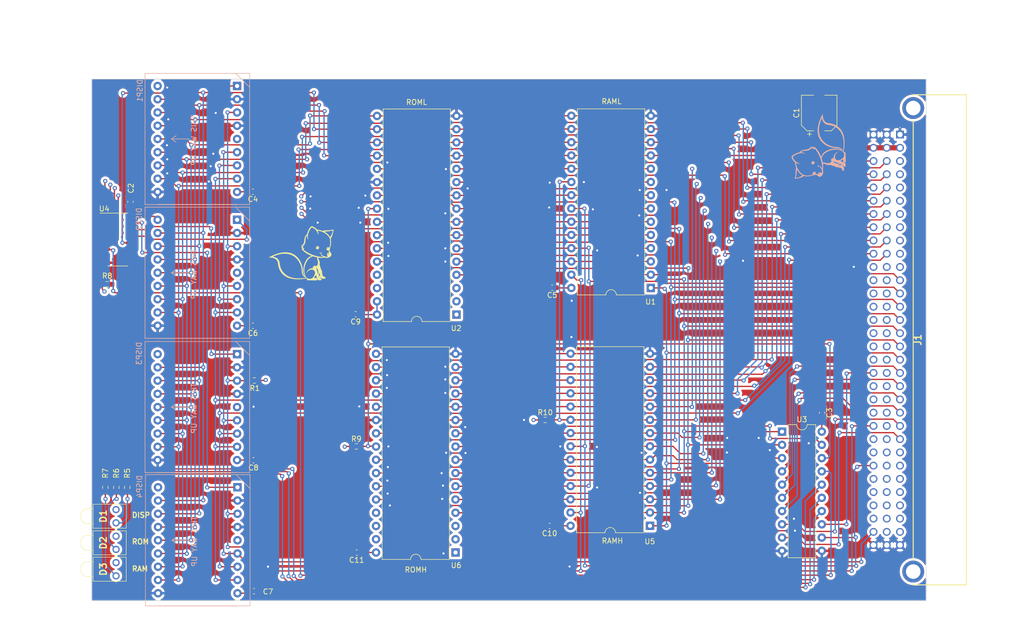
<source format=kicad_pcb>
(kicad_pcb (version 20240108) (generator "pcbnew") (generator_version "8.0")
  (title_block (title "DEC DCJ11 Hack Plus RAM, ROM & Text Display") (date "2024-01-07") (rev "2.0") (company "Paula Maddox") (comment 1 "http://maddox.pro"))
  (layers (0 "F.Cu" signal) (1 "In1.Cu" signal) (2 "In2.Cu" signal) (31 "B.Cu" signal) (34 "B.Paste" user) (35 "F.Paste" user) (36 "B.SilkS" user "B.Silkscreen") (37 "F.SilkS" user "F.Silkscreen") (38 "B.Mask" user) (39 "F.Mask" user) (44 "Edge.Cuts" user))
  (net 0 "")
  (net 1 "VCC")
  (net 2 "GND")
  (net 3 "Net-(D1-K)")
  (net 4 "Net-(D2-K)")
  (net 5 "Net-(D3-K)")
  (net 6 "~{CS1}")
  (net 7 "DA0")
  (net 8 "~{RST}")
  (net 9 "DA1")
  (net 10 "DA2")
  (net 11 "DA3")
  (net 12 "DA6")
  (net 13 "LA2")
  (net 14 "DA5")
  (net 15 "LA1")
  (net 16 "DA4")
  (net 17 "~{CS3}")
  (net 18 "~{CS0}")
  (net 19 "~{CS2}")
  (net 20 "/LA0")
  (net 21 "LA3")
  (net 22 "LA4")
  (net 23 "LA5")
  (net 24 "LA6")
  (net 25 "/LA7")
  (net 26 "/LA8")
  (net 27 "/LA9")
  (net 28 "/LA10")
  (net 29 "/LA11")
  (net 30 "/LA12")
  (net 31 "/LA13")
  (net 32 "/LA14")
  (net 33 "/LA15")
  (net 34 "/LA16")
  (net 35 "/LA17")
  (net 36 "/LA18")
  (net 37 "/LA19")
  (net 38 "/LA20")
  (net 39 "/LA21")
  (net 47 "/DA8")
  (net 48 "/DA9")
  (net 49 "/DA10")
  (net 50 "/DA11")
  (net 51 "/DA12")
  (net 52 "/DA13")
  (net 53 "/DA14")
  (net 54 "/DA15")
  (net 76 "/DA7")
  (net 85 "nLBS_MEM")
  (net 89 "RAM_nWE")
  (net 92 "nBUFCTL")
  (net 95 "RST")
  (net 99 "Net-(U3-IO4)")
  (net 100 "Net-(U3-IO5)")
  (net 101 "Net-(U3-IO6)")
  (net 102 "CHAR_DISP_EN")
  (net 103 "~{ROM_EN}")
  (net 104 "~{RAM_EN}")
  (footprint "Capacitor_SMD:C_0603_1608Metric" (layer "F.Cu") (at 100.8 140.8 180)
    (property "Reference" "C11")
    (property "Value" "100nF")
  )
  (footprint "Package_DIP:DIP-28_W15.24mm" (layer "F.Cu") (at 157.055 135.67 180)
    (property "Reference" "U5")
    (property "Value" "HM62256BLP")
  )
  (footprint "Capacitor_SMD:CP_Elec_6.3x5.8" (layer "F.Cu") (at 189.5 56.5 90)
    (property "Reference" "C1")
    (property "Value" "47uF 16V")
  )
  (footprint "Package_DIP:DIP-28_W15.24mm" (layer "F.Cu") (at 157.215 90.05 180)
    (property "Reference" "U1")
    (property "Value" "HM62256BLP")
  )
  (footprint "Resistor_SMD:R_0603_1608Metric_Pad0.98x0.95mm_HandSolder" (layer "F.Cu") (at 136.9568 115.3668)
    (property "Reference" "R10")
    (property "Value" "4K7")
  )
  (footprint "Resistor_SMD:R_0603_1608Metric" (layer "F.Cu") (at 81.1784 107.7976 180)
    (property "Reference" "R1")
    (property "Value" "3K3")
  )
  (footprint "Package_DIP:DIP-20_W7.62mm" (layer "F.Cu") (at 182.382 117.607)
    (property "Reference" "U3")
    (property "Value" "GAL16V8")
  )
  (footprint "Capacitor_SMD:C_0603_1608Metric" (layer "F.Cu") (at 137.8 135.7 180)
    (property "Reference" "C10")
    (property "Value" "100nF")
  )
  (footprint "Package_SO:SOIC-16_3.9x9.9mm_P1.27mm" (layer "F.Cu") (at 54.991 80.772)
    (property "Reference" "U4")
    (property "Value" "74AHC138")
  )
  (footprint "Resistor_SMD:R_0603_1608Metric_Pad0.98x0.95mm_HandSolder" (layer "F.Cu") (at 56.8 128.3 90)
    (property "Reference" "R5")
    (property "Value" "470R")
  )
  (footprint "Resistor_SMD:R_0603_1608Metric_Pad0.98x0.95mm_HandSolder" (layer "F.Cu") (at 52.9336 89.3572)
    (property "Reference" "R8")
    (property "Value" "4K7")
  )
  (footprint "LTL-4221NHBP:LTL4221NHBP" (layer "F.Cu") (at 54.65 137.66 -90)
    (property "Reference" "D2")
    (property "Value" "LED" (hide yes))
  )
  (footprint "Capacitor_SMD:C_0603_1608Metric" (layer "F.Cu") (at 57.404 73.533 -90)
    (property "Reference" "C2")
    (property "Value" "100nF")
  )
  (footprint "PaulasKiCADFootPrint:Fox_avatar_18mm" (layer "F.Cu") (at 90.8812 83.4136)
    (property "Reference" "SYM1" (hide yes))
    (property "Value" "Logo_Open_Hardware_Large" (hide yes))
  )
  (footprint "LTL-4221NHBP:LTL4221NHBP" (layer "F.Cu") (at 54.65 132.56 -90)
    (property "Reference" "D1")
    (property "Value" "LED" (hide yes))
  )
  (footprint "Capacitor_SMD:C_0603_1608Metric" (layer "F.Cu") (at 100.6 95.1 180)
    (property "Reference" "C9")
    (property "Value" "100nF")
  )
  (footprint "Capacitor_SMD:C_0603_1608Metric" (layer "F.Cu") (at 80.9 71.6 180)
    (property "Reference" "C4")
    (property "Value" "100nF")
  )
  (footprint "Capacitor_SMD:C_0603_1608Metric" (layer "F.Cu") (at 190.0428 113.9952 -90)
    (property "Reference" "C3")
    (property "Value" "100nF")
  )
  (footprint "Resistor_SMD:R_0603_1608Metric_Pad0.98x0.95mm_HandSolder" (layer "F.Cu") (at 100.7364 120.4468)
    (property "Reference" "R9")
    (property "Value" "4K7")
  )
  (footprint "Capacitor_SMD:C_0603_1608Metric" (layer "F.Cu") (at 80.9 97.3 180)
    (property "Reference" "C6")
    (property "Value" "100nF")
  )
  (footprint "Resistor_SMD:R_0603_1608Metric_Pad0.98x0.95mm_HandSolder" (layer "F.Cu") (at 52.6 128.2875 90)
    (property "Reference" "R7")
    (property "Value" "470R")
  )
  (footprint "Package_DIP:DIP-32_W15.24mm" (layer "F.Cu") (at 119.94 95.16 180)
    (property "Reference" "U2")
    (property "Value" "SST39SF010")
  )
  (footprint "Capacitor_SMD:C_0603_1608Metric" (layer "F.Cu") (at 81.1 148.2 180)
    (property "Reference" "C7")
    (property "Value" "100nF")
  )
  (footprint "LTL-4221NHBP:LTL4221NHBP" (layer "F.Cu") (at 54.65 142.73 -90)
    (property "Reference" "D3")
    (property "Value" "LED" (hide yes))
  )
  (footprint "DIN41612_96_RA:86093967113745ELF" (layer "F.Cu") (at 205 60.63 90)
    (property "Reference" "J1")
    (property "Value" "86093967113745ELF" (hide yes))
  )
  (footprint "Capacitor_SMD:C_0603_1608Metric" (layer "F.Cu") (at 81 123.1 180)
    (property "Reference" "C8")
    (property "Value" "100nF")
  )
  (footprint "Package_DIP:DIP-32_W15.24mm" (layer "F.Cu") (at 119.755 140.79 180)
    (property "Reference" "U6")
    (property "Value" "SST39SF010")
  )
  (footprint "Capacitor_SMD:C_0603_1608Metric" (layer "F.Cu") (at 138.3 90 180)
    (property "Reference" "C5")
    (property "Value" "100nF")
  )
  (footprint "Resistor_SMD:R_0603_1608Metric_Pad0.98x0.95mm_HandSolder" (layer "F.Cu") (at 54.7 128.3 90)
    (property "Reference" "R6")
    (property "Value" "470R")
  )
  (footprint "PaulasKiCADFootPrint:Fox_avatar_18mm" (layer "B.Cu") (at 189.396341 63.638804 -90)
    (property "Reference" "SYM1" (hide yes))
    (property "Value" "Logo_Open_Hardware_Large" (hide yes))
  )
  (footprint "PaulasDisplays:HDLx2416" (layer "B.Cu") (at 77.94 128.282 -90)
    (property "Reference" "DISP4")
    (property "Value" "HDLx2416")
  )
  (footprint "PaulasDisplays:HDLx2416" (layer "B.Cu") (at 77.86 76.974 -90)
    (property "Reference" "DISP2")
    (property "Value" "HDLx2416")
  )
  (footprint "PaulasDisplays:HDLx2416" (layer "B.Cu") (at 77.86 51.32 -90)
    (property "Reference" "DISP1")
    (property "Value" "HDLx2416")
  )
  (footprint "PaulasDisplays:HDLx2416" (layer "B.Cu") (at 77.86 102.742 -90)
    (property "Reference" "DISP3")
    (property "Value" "HDLx2416")
  )
  (gr_line (start 50 150) (end 50 50) (stroke (width 0.1)) (layer "Edge.Cuts"))
  (gr_line (start 50 50) (end 210 50) (stroke (width 0.1)) (layer "Edge.Cuts"))
  (gr_line (start 210 50) (end 210 150) (stroke (width 0.1)) (layer "Edge.Cuts"))
  (gr_line (start 210 150) (end 50 150) (stroke (width 0.1)) (layer "Edge.Cuts"))
  (gr_text "RAM\n" (at 57.6 144.5 0) (layer "F.SilkS") (effects (font (size 1 1) (thickness 0.2) (bold yes)) (justify left bottom)))
  (gr_text "ROMH" (at 109.9312 144.6784 0) (layer "F.SilkS") (effects (font (size 1 1)) (justify left bottom)))
  (gr_text "ROM" (at 57.6 139.3 0) (layer "F.SilkS") (effects (font (size 1 1) (thickness 0.2) (bold yes)) (justify left bottom)))
  (gr_text "RAML" (at 147.6756 54.864 0) (layer "F.SilkS") (effects (font (size 1 1)) (justify left bottom)))
  (gr_text "RAMH	\n" (at 147.7264 139.1412 0) (layer "F.SilkS") (effects (font (size 1 1)) (justify left bottom)))
  (gr_text "DISP" (at 57.6 134.2 0) (layer "F.SilkS") (effects (font (size 1 1) (thickness 0.2) (bold yes)) (justify left bottom)))
  (gr_text "ROML\n" (at 110.1852 55.0164 0) (layer "F.SilkS") (effects (font (size 1 1)) (justify left bottom)))
  (segment (start 61.973 76.327) (end 62.62 76.974) (width 0.25) (layer "F.Cu") (net 1))
  (segment (start 139.075 90) (end 139.125 90.05) (width 0.25) (layer "F.Cu") (net 1))
  (segment (start 80.125 71.6) (end 77.9 71.6) (width 0.25) (layer "F.Cu") (net 1))
  (segment (start 77.9 71.6) (end 77.86 71.64) (width 0.25) (layer "F.Cu") (net 1))
  (segment (start 80.325 148.2) (end 79.923 148.602) (width 0.25) (layer "F.Cu") (net 1))
  (segment (start 99.8239 120.4468) (end 98.552 120.4468) (width 0.25) (layer "F.Cu") (net 1))
  (segment (start 80.125 97.3) (end 77.866 97.3) (width 0.25) (layer "F.Cu") (net 1))
  (segment (start 80.187 123.062) (end 80.225 123.1) (width 0.25) (layer "F.Cu") (net 1))
  (segment (start 189.5 62.5) (end 189.5 59.2) (width 1) (layer "F.Cu") (net 1))
  (segment (start 139.125 90.05) (end 141.975 90.05) (width 0.25) (layer "F.Cu") (net 1))
  (segment (start 190.17 63.17) (end 189.5 62.5) (width 1) (layer "F.Cu") (net 1))
  (segment (start 199.92 63.17) (end 190.17 63.17) (width 1) (layer "F.Cu") (net 1))
  (segment (start 98.552 120.4468) (end 98.5012 120.4976) (width 0.25) (layer "F.Cu") (net 1))
  (segment (start 101.575 140.8) (end 101.585 140.79) (width 0.25) (layer "F.Cu") (net 1))
  (segment (start 83.2612 107.7976) (end 83.3628 107.696) (width 0.25) (layer "F.Cu") (net 1))
  (segment (start 190.002 117.607) (end 190.002 114.811) (width 0.25) (layer "F.Cu") (net 1))
  (segment (start 101.435 95.16) (end 104.7 95.16) (width 0.25) (layer "F.Cu") (net 1))
  (segment (start 199.92 63.17) (end 202.46 63.17) (width 1) (layer "F.Cu") (net 1))
  (segment (start 101.585 140.79) (end 104.515 140.79) (width 0.25) (layer "F.Cu") (net 1))
  (segment (start 79.923 148.602) (end 77.94 148.602) (width 0.25) (layer "F.Cu") (net 1))
  (segment (start 57.466 76.327) (end 61.973 76.327) (width 0.25) (layer "F.Cu") (net 1))
  (segment (start 136.0443 115.3668) (end 134.7216 115.3668) (width 0.25) (layer "F.Cu") (net 1))
  (segment (start 101.375 95.1) (end 101.435 95.16) (width 0.25) (layer "F.Cu") (net 1))
  (segment (start 57.466 74.37) (end 57.404 74.308) (width 0.25) (layer "F.Cu") (net 1))
  (segment (start 202.46 63.17) (end 205 63.17) (width 1) (layer "F.Cu") (net 1))
  (segment (start 138.575 135.7) (end 138.605 135.67) (width 0.25) (layer "F.Cu") (net 1))
  (segment (start 138.605 135.67) (end 141.815 135.67) (width 0.25) (layer "F.Cu") (net 1))
  (segment (start 52.0211 89.3572) (end 52.0211 90.3243) (width 0.25) (layer "F.Cu") (net 1))
  (segment (start 77.86 123.062) (end 80.187 123.062) (width 0.25) (layer "F.Cu") (net 1))
  (segment (start 52.0211 90.3243) (end 52.4256 90.7288) (width 0.25) (layer "F.Cu") (net 1))
  (segment (start 57.466 76.327) (end 57.466 74.37) (width 0.25) (layer "F.Cu") (net 1))
  (segment (start 190.002 114.811) (end 190.0428 114.7702) (width 0.25) (layer "F.Cu") (net 1))
  (segment (start 77.866 97.3) (end 77.86 97.294) (width 0.25) (layer "F.Cu") (net 1))
  (segment (start 82.0034 107.7976) (end 83.2612 107.7976) (width 0.25) (layer "F.Cu") (net 1))
  (via (at 83.3628 107.696) (size 0.8) (drill 0.4) (layers "F.Cu" "B.Cu") (net 1))
  (via (at 134.7216 115.3668) (size 0.8) (drill 0.4) (layers "F.Cu" "B.Cu") (net 1))
  (via (at 52.4256 90.7288) (size 0.8) (drill 0.4) (layers "F.Cu" "B.Cu") (net 1))
  (via (at 98.5012 120.4976) (size 0.8) (drill 0.4) (layers "F.Cu" "B.Cu") (net 1))
  (segment (start 104.7 92.62) (end 104.7 95.16) (width 0.25) (layer "B.Cu") (net 1))
  (segment (start 118.0592 70.9676) (end 117.9576 70.866) (width 0.25) (layer "F.Cu") (net 2))
  (segment (start 156.464 76.0984) (end 159.2072 76.0984) (width 0.25) (layer "F.Cu") (net 2))
  (segment (start 155.1432 129.3368) (end 160.274 129.3368) (width 0.25) (layer "F.Cu") (net 2))
  (segment (start 155.0416 76.0984) (end 156.464 76.0984) (width 0.25) (layer "F.Cu") (net 2))
  (segment (start 106.5784 103.886) (end 105.41 103.886) (width 0.25) (layer "F.Cu") (net 2))
  (segment (start 121.6152 116.7384) (end 117.1448 116.7384) (width 0.25) (layer "F.Cu") (net 2))
  (segment (start 105.6682 83.875) (end 105.5624 83.7692) (width 0.25) (layer "F.Cu") (net 2))
  (segment (start 154.9908 76.1492) (end 155.0416 76.0984) (width 0.25) (layer "F.Cu") (net 2))
  (segment (start 106.8832 83.9216) (end 106.8366 83.875) (width 0.25) (layer "F.Cu") (net 2))
  (segment (start 106.5434 109.185) (end 105.4766 109.185) (width 0.25) (layer "F.Cu") (net 2))
  (segment (start 106.5784 109.22) (end 106.5434 109.185) (width 0.25) (layer "F.Cu") (net 2))
  (segment (start 121.666 121.7168) (end 118.0084 121.7168) (width 0.25) (layer "F.Cu") (net 2))
  (segment (start 106.6292 106.7816) (end 105.8164 106.7816) (width 0.25) (layer "F.Cu") (net 2))
  (segment (start 154.686 83.82) (end 155.702 83.82) (width 0.25) (layer "F.Cu") (net 2))
  (segment (start 106.8324 81.3816) (end 106.0196 81.3816) (width 0.25) (layer "F.Cu") (net 2))
  (segment (start 160.274 129.3368) (end 160.3248 129.286) (width 0.25) (layer "F.Cu") (net 2))
  (segment (start 105.8164 106.7816) (end 105.5116 106.4768) (width 0.25) (layer "F.Cu") (net 2))
  (segment (start 105.41 103.886) (end 105.3084 103.9876) (width 0.25) (layer "F.Cu") (net 2))
  (segment (start 155.8036 83.7184) (end 158.75 83.7184) (width 0.25) (layer "F.Cu") (net 2))
  (segment (start 155.0924 71.2724) (end 155.3464 71.0184) (width 0.25) (layer "F.Cu") (net 2))
  (segment (start 105.3592 109.0676) (end 102.4636 109.0676) (width 0.25) (layer "F.Cu") (net 2))
  (segment (start 105.5116 106.4768) (end 105.4608 106.5276) (width 0.25) (layer "F.Cu") (net 2))
  (segment (start 117.1448 116.7384) (end 117.0432 116.6368) (width 0.25) (layer "F.Cu") (net 2))
  (segment (start 118.0084 121.7168) (end 117.9576 121.666) (width 0.25) (layer "F.Cu") (net 2))
  (segment (start 106.68 65.9892) (end 103.0224 65.9892) (width 0.25) (layer "F.Cu") (net 2))
  (segment (start 155.702 83.82) (end 155.8036 83.7184) (width 0.25) (layer "F.Cu") (net 2))
  (segment (start 105.5624 83.7692) (end 102.87 83.7692) (width 0.25) (layer "F.Cu") (net 2))
  (segment (start 106.8366 83.875) (end 105.6682 83.875) (width 0.25) (layer "F.Cu") (net 2))
  (segment (start 184.8612 136.6012) (end 179.7304 136.6012) (width 0.25) (layer "F.Cu") (net 2))
  (segment (start 105.3084 103.9876) (end 102.5144 103.9876) (width 0.25) (layer "F.Cu") (net 2))
  (segment (start 105.4766 109.185) (end 105.3592 109.0676) (width 0.25) (layer "F.Cu") (net 2))
  (segment (start 155.3464 71.0184) (end 159.9692 71.0184) (width 0.25) (layer "F.Cu") (net 2))
  (segment (start 106.0196 81.3816) (end 105.8164 81.1784) (width 0.25) (layer "F.Cu") (net 2))
  (segment (start 105.4608 106.5276) (end 102.4636 106.5276) (width 0.25) (layer "F.Cu") (net 2))
  (segment (start 159.9692 71.0184) (end 160.2232 71.2724) (width 0.25) (layer "F.Cu") (net 2))
  (segment (start 105.8164 81.1784) (end 103.0732 81.1784) (width 0.25) (layer "F.Cu") (net 2))
  (segment (start 122.0724 70.9676) (end 118.0592 70.9676) (width 0.25) (layer "F.Cu") (net 2))
  (via (at 101.1936 74.676) (size 0.8) (drill 0.4) (layers "F.Cu" "B.Cu") (net 2))
  (via (at 117.9576 121.666) (size 0.8) (drill 0.4) (layers "F.Cu" "B.Cu") (net 2))
  (via (at 117.1956 130.5052) (size 0.8) (drill 0.4) (layers "F.Cu" "B.Cu") (net 2))
  (via (at 187.5028 119.8372) (size 0.8) (drill 0.4) (layers "F.Cu" "B.Cu") (net 2))
  (via (at 106.7308 129.4892) (size 0.8) (drill 0.4) (layers "F.Cu" "B.Cu") (net 2))
  (via (at 64.6684 57.7088) (size 0.8) (drill 0.4) (layers "F.Cu" "B.Cu") (net 2))
  (via (at 117.45 140.975) (size 0.8) (drill 0.4) (layers "F.Cu" "B.Cu") (net 2))
  (via (at 171.8056 121.6152) (size 0.8) (drill 0.4) (layers "F.Cu" "B.Cu") (net 2))
  (via (at 107.175 131.775) (size 0.8) (drill 0.4) (layers "F.Cu" "B.Cu") (net 2))
  (via (at 146.8628 120.5484) (size 0.8) (drill 0.4) (layers "F.Cu" "B.Cu") (net 2))
  (via (at 117.8052 110.1852) (size 0.8) (drill 0.4) (layers "F.Cu" "B.Cu") (net 2))
  (via (at 117.8052 107.5944) (size 0.8) (drill 0.4) (layers "F.Cu" "B.Cu") (net 2))
  (via (at 64.4652 65.3796) (size 0.8) (drill 0.4) (layers "F.Cu" "B.Cu") (net 2))
  (via (at 154.686 83.82) (size 0.8) (drill 0.4) (layers "F.Cu" "B.Cu") (net 2))
  (via (at 72.7964 66.7004) (size 0.8) (drill 0.4) (layers "F.Cu" "B.Cu") (net 2))
  (via (at 101.4984 77.5208) (size 0.8) (drill 0.4) (layers "F.Cu" "B.Cu") (net 2))
  (via (at 155.0924 71.2724) (size 0.8) (drill 0.4) (layers "F.Cu" "B.Cu") (net 2))
  (via (at 154.9908 76.1492) (size 0.8) (drill 0.4) (layers "F.Cu" "B.Cu") (net 2))
  (via (at 117.094 125.5776) (size 0.8) (drill 0.4) (layers "F.Cu" "B.Cu") (net 2))
  (via (at 117.348 127.9652) (size 0.8) (drill 0.4) (layers "F.Cu" "B.Cu") (net 2))
  (via (at 139.8524 120.4468) (size 0.8) (drill 0.4) (layers "F.Cu" "B.Cu") (net 2))
  (via (at 64.4144 62.6872) (size 0.8) (drill 0.4) (layers "F.Cu" "B.Cu") (net 2))
  (via (at 121.666 121.7168) (size 0.8) (drill 0.4) (layers "F.Cu" "B.Cu") (net 2))
  (via (at 171.8564 118.8212) (size 0.8) (drill 0.4) (layers "F.Cu" "B.Cu") (net 2))
  (via (at 117.8052 105.156) (size 0.8) (drill 0.4) (layers "F.Cu" "B.Cu") (net 2))
  (via (at 73.3044 64.3128) (size 0.8) (drill 0.4) (layers "F.Cu" "B.Cu") (net 2))
  (via (at 160.2232 71.2724) (size 0.8) (drill 0.4) (layers "F.Cu" "B.Cu") (net 2))
  (via (at 106.7816 124.4092) (size 0.8) (drill 0.4) (layers "F.Cu" "B.Cu") (net 2))
  (via (at 106.8324 81.3816) (size 0.8) (drill 0.4) (layers "F.Cu" "B.Cu") (net 2))
  (via (at 137.7188 74.6252) (size 0.8) (drill 0.4) (layers "F.Cu" "B.Cu") (net 2))
  (via (at 93.3196 77.5208) (size 0.8) (drill 0.4) (layers "F.Cu" "B.Cu") (net 2))
  (via (at 81.026 112.8268) (size 0.8) (drill 0.4) (layers "F.Cu" "B.Cu") (net 2))
  (via (at 64.4652 51.6128) (size 0.8) (drill 0.4) (layers "F.Cu" "B.Cu") (net 2))
  (via (at 101.2952 112.776) (size 0.8) (drill 0.4) (layers "F.Cu" "B.Cu") (net 2))
  (via (at 106.8832 120.4468) (size 0.8) (drill 0.4) (layers "F.Cu" "B.Cu") (net 2))
  (via (at 106.68 65.9892) (size 0.8) (drill 0.4) (layers "F.Cu" "B.Cu") (net 2))
  (via (at 102.4636 72.3392) (size 0.8) (drill 0.4) (layers "F.Cu" "B.Cu") (net 2))
  (via (at 106.8832 74.8792) (size 0.8) (drill 0.4) (layers "F.Cu" "B.Cu") (net 2))
  (via (at 137.8204 69.85) (size 0.8) (drill 0.4) (layers "F.Cu" "B.Cu") (net 2))
  (via (at 106.68 127) (size 0.8) (drill 0.4) (layers "F.Cu" "B.Cu") (net 2))
  (via (at 73.7616 56.4896) (size 0.8) (drill 0.4) (layers "F.Cu" "B.Cu") (net 2))
  (via (at 106.5784 103.886) (size 0.8) (drill 0.4) (layers "F.Cu" "B.Cu") (net 2))
  (via (at 155.1432 129.3368) (size 0.8) (drill 0.4) (layers "F.Cu" "B.Cu") (net 2))
  (via (at 117.8052 82.4484) (size 0.8) (drill 0.4) (layers "F.Cu" "B.Cu") (net 2))
  (via (at 117.9068 67.2592) (size 0.8) (drill 0.4) (layers "F.Cu" "B.Cu") (net 2))
  (via (at 146.9136 82.8548) (size 0.8) (drill 0.4) (layers "F.Cu" "B.Cu") (net 2))
  (via (at 141.986 99.4664) (size 0.8) (drill 0.4) (layers "F.Cu" "B.Cu") (net 2))
  (via (at 141.625 143.475) (size 0.8) (drill 0.4) (layers "F.Cu" "B.Cu") (net 2))
  (via (at 106.6292 106.7816) (size 0.8) (drill 0.4) (layers "F.Cu" "B.Cu") (net 2))
  (via (at 142.0368 92.5068) (size 0.8) (drill 0.4) (layers "F.Cu" "B.Cu") (net 2))
  (via (at 121.6152 116.7384) (size 0.8) (drill 0.4) (layers "F.Cu" "B.Cu") (net 2))
  (via (at 155.448 121.666) (size 0.8) (drill 0.4) (layers "F.Cu" "B.Cu") (net 2))
  (via (at 91.948 72.4916) (size 0.8) (drill 0.4) (layers "F.Cu" "B.Cu") (net 2))
  (via (at 117.8052 84.9884) (size 0.8) (drill 0.4) (layers "F.Cu" "B.Cu") (net 2))
  (via (at 64.4652 68.072) (size 0.8) (drill 0.4) (layers "F.Cu" "B.Cu") (net 2))
  (via (at 180.0352 121.158) (size 0.8) (drill 0.4) (layers "F.Cu" "B.Cu") (net 2))
  (via (at 106.8832 83.9216) (size 0.8) (drill 0.4) (layers "F.Cu" "B.Cu") (net 2))
  (via (at 106.5784 109.22) (size 0.8) (drill 0.4) (layers "F.Cu" "B.Cu") (net 2))
  (via (at 91.8972 74.8284) (size 0.8) (drill 0.4) (layers "F.Cu" "B.Cu") (net 2))
  (via (at 196.1388 86.0044) (size 0.8) (drill 0.4) (layers "F.Cu" "B.Cu") (net 2))
  (via (at 174.9044 84.836) (size 0.8) (drill 0.4) (layers "F.Cu" "B.Cu") (net 2))
  (via (at 144.3736 69.7484) (size 0.8) (drill 0.4) (layers "F.Cu" "B.Cu") (net 2))
  (via (at 177.9016 118.8212) (size 0.8) (drill 0.4) (layers "F.Cu" "B.Cu") (net 2))
  (via (at 122.0724 70.9676) (size 0.8) (drill 0.4) (layers "F.Cu" "B.Cu") (net 2))
  (via (at 184.8612 136.6012) (size 0.8) (drill 0.4) (layers "F.Cu" "B.Cu") (net 2))
  (via (at 117.8052 75.7428) (size 0.8) (drill 0.4) (layers "F.Cu" "B.Cu") (net 2))
  (via (at 72.4408 69.6468) (size 0.8) (drill 0.4) (layers "F.Cu" "B.Cu") (net 2))
  (via (at 146.1008 74.9808) (size 0.8) (drill 0.4) (layers "F.Cu" "B.Cu") (net 2))
  (via (at 184.658 134.3152) (size 0.8) (drill 0.4) (layers "F.Cu" "B.Cu") (net 2))
  (via (at 83.8 143.5) (size 0.8) (drill 0.4) (layers "F.Cu" "B.Cu") (net 2))
  (via (at 146.9136 128.3208) (size 0.8) (drill 0.4) (layers "F.Cu" "B.Cu") (net 2))
  (via (at 132.8928 115.3668) (size 0.8) (drill 0.4) (layers "F.Cu" "B.Cu") (net 2))
  (segment (start 56.8452 130.5052) (end 56.8452 129.2577) (width 0.25) (layer "F.Cu") (net 3))
  (segment (start 56.8452 129.2577) (end 56.8 129.2125) (width 0.25) (layer "F.Cu") (net 3))
  (via (at 56.8452 130.5052) (size 0.8) (drill 0.4) (layers "F.Cu" "B.Cu") (net 3))
  (segment (start 56.8452 134.0612) (end 56.8452 130.5052) (width 0.25) (layer "B.Cu") (net 3))
  (segment (start 55.8064 135.1) (end 56.6928 134.2136) (width 0.25) (layer "B.Cu") (net 3))
  (segment (start 54.65 135.1) (end 55.8064 135.1) (width 0.25) (layer "B.Cu") (net 3))
  (segment (start 56.6928 134.2136) (end 56.8452 134.0612) (width 0.25) (layer "B.Cu") (net 3))
  (segment (start 54.7 130.4428) (end 54.7624 130.5052) (width 0.25) (layer "F.Cu") (net 4))
  (segment (start 54.7 129.2125) (end 54.7 130.4428) (width 0.25) (layer "F.Cu") (net 4))
  (via (at 54.7624 130.5052) (size 0.8) (drill 0.4) (layers "F.Cu" "B.Cu") (net 4))
  (segment (start 54.65 140.2) (end 53.2384 138.7884) (width 0.25) (layer "B.Cu") (net 4))
  (segment (start 54.4068 130.5052) (end 54.7624 130.5052) (width 0.25) (layer "B.Cu") (net 4))
  (segment (start 53.2384 138.7884) (end 53.2384 131.6736) (width 0.25) (layer "B.Cu") (net 4))
  (segment (start 53.2384 131.6736) (end 54.4068 130.5052) (width 0.25) (layer "B.Cu") (net 4))
  (segment (start 52.6 129.2) (end 52.6 130.4764) (width 0.25) (layer "F.Cu") (net 5))
  (segment (start 52.6 130.4764) (end 52.6288 130.5052) (width 0.25) (layer "F.Cu") (net 5))
  (via (at 52.6288 130.5052) (size 0.8) (drill 0.4) (layers "F.Cu" "B.Cu") (net 5))
  (segment (start 52.6288 130.5052) (end 52.6288 143.2488) (width 0.25) (layer "B.Cu") (net 5))
  (segment (start 52.6288 143.2488) (end 54.65 145.27) (width 0.25) (layer "B.Cu") (net 5))
  (segment (start 72.9732 102.742) (end 77.86 102.742) (width 0.25) (layer "F.Cu") (net 6))
  (segment (start 60.7314 78.867) (end 61.3156 78.2828) (width 0.25) (layer "F.Cu") (net 6))
  (segment (start 72.9488 102.7176) (end 72.9732 102.742) (width 0.25) (layer "F.Cu") (net 6))
  (segment (start 61.3156 78.2828) (end 72.5424 78.2828) (width 0.25) (layer "F.Cu") (net 6))
  (segment (start 57.466 78.867) (end 60.7314 78.867) (width 0.25) (layer "F.Cu") (net 6))
  (segment (start 72.5424 78.2828) (end 72.898 78.6384) (width 0.25) (layer "F.Cu") (net 6))
  (via (at 72.898 78.6384) (size 0.8) (drill 0.4) (layers "F.Cu" "B.Cu") (net 6))
  (via (at 72.9488 102.7176) (size 0.8) (drill 0.4) (layers "F.Cu" "B.Cu") (net 6))
  (segment (start 72.898 78.6384) (end 72.898 80.9244) (width 0.25) (layer "B.Cu") (net 6))
  (segment (start 72.898 102.6668) (end 72.9488 102.7176) (width 0.25) (layer "B.Cu") (net 6))
  (segment (start 72.898 80.9244) (end 72.898 102.6668) (width 0.25) (layer "B.Cu") (net 6))
  (segment (start 66.6108 94.754) (end 66.6496 94.7928) (width 0.25) (layer "F.Cu") (net 7))
  (segment (start 66.5988 146.05) (end 66.5868 146.062) (width 0.25) (layer "F.Cu") (net 7))
  (segment (start 157.215 64.65) (end 149.994 64.65) (width 0.25) (layer "F.Cu") (net 7))
  (segment (start 131.3572 64.68) (end 132.5372 63.5) (width 0.25) (layer "F.Cu") (net 7))
  (segment (start 199.92 65.71) (end 185.0068 65.71) (width 0.25) (layer "F.Cu") (net 7))
  (segment (start 89.789 70.485) (end 66.1416 70.485) (width 0.25) (layer "F.Cu") (net 7))
  (segment (start 112.014 63.5) (end 89.6487 63.5) (width 0.25) (layer "F.Cu") (net 7))
  (segment (start 148.844 63.5) (end 132.5372 63.5) (width 0.25) (layer "F.Cu") (net 7))
  (segment (start 66.6252 120.522) (end 66.6496 120.4976) (width 0.25) (layer "F.Cu") (net 7))
  (segment (start 66.5868 146.062) (end 62.7 146.062) (width 0.25) (layer "F.Cu") (net 7))
  (segment (start 62.62 94.754) (end 66.6108 94.754) (width 0.25) (layer "F.Cu") (net 7))
  (segment (start 185.0068 65.71) (end 183.9468 64.65) (width 0.25) (layer "F.Cu") (net 7))
  (segment (start 64.7566 69.1) (end 62.62 69.1) (width 0.25) (layer "F.Cu") (net 7))
  (segment (start 62.62 120.522) (end 66.6252 120.522) (width 0.25) (layer "F.Cu") (net 7))
  (segment (start 66.1416 70.485) (end 64.7566 69.1) (width 0.25) (layer "F.Cu") (net 7))
  (segment (start 119.94 64.68) (end 131.3572 64.68) (width 0.25) (layer "F.Cu") (net 7))
  (segment (start 119.94 64.68) (end 113.194 64.68) (width 0.25) (layer "F.Cu") (net 7))
  (segment (start 149.994 64.65) (end 148.844 63.5) (width 0.25) (layer "F.Cu") (net 7))
  (segment (start 157.215 64.65) (end 183.9468 64.65) (width 0.25) (layer "F.Cu") (net 7))
  (segment (start 113.194 64.68) (end 112.014 63.5) (width 0.25) (layer "F.Cu") (net 7))
  (via (at 66.5988 146.05) (size 0.8) (drill 0.4) (layers "F.Cu" "B.Cu") (net 7))
  (via (at 89.6487 63.5) (size 0.8) (drill 0.4) (layers "F.Cu" "B.Cu") (net 7))
  (via (at 66.6496 94.7928) (size 0.8) (drill 0.4) (layers "F.Cu" "B.Cu") (net 7))
  (via (at 66.6496 120.4976) (size 0.8) (drill 0.4) (layers "F.Cu" "B.Cu") (net 7))
  (via (at 66.6496 70.485) (size 0.8) (drill 0.4) (layers "F.Cu" "B.Cu") (net 7))
  (via (at 89.789 70.485) (size 0.8) (drill 0.4) (layers "F.Cu" "B.Cu") (net 7))
  (segment (start 66.6496 145.9992) (end 66.5988 146.05) (width 0.25) (layer "B.Cu") (net 7))
  (segment (start 89.789 70.485) (end 89.789 63.6403) (width 0.25) (layer "B.Cu") (net 7))
  (segment (start 66.6496 94.7928) (end 66.6496 120.4976) (width 0.25) (layer "B.Cu") (net 7))
  (segment (start 66.6496 70.485) (end 66.6496 94.7928) (width 0.25) (layer "B.Cu") (net 7))
  (segment (start 89.789 63.6403) (end 89.6487 63.5) (width 0.25) (layer "B.Cu") (net 7))
  (segment (start 66.6496 120.4976) (end 66.6496 145.9992) (width 0.25) (layer "B.Cu") (net 7))
  (segment (start 76.0864 82.054) (end 76.0476 82.0928) (width 0.25) (layer "F.Cu") (net 8))
  (segment (start 76.1 139.725) (end 76.075 139.75) (width 0.25) (layer "F.Cu") (net 8))
  (segment (start 76.0476 56.388) (end 77.848 56.388) (width 0.25) (layer "F.Cu") (net 8))
  (segment (start 77.86 107.822) (end 80.329 107.822) (width 0.25) (layer "F.Cu") (net 8))
  (segment (start 79 139.725) (end 76.1 139.725) (width 0.25) (layer "F.Cu") (net 8))
  (segment (start 197.575 142.575) (end 81.85 142.575) (width 0.25) (layer "F.Cu") (net 8))
  (segment (start 77.86 82.054) (end 76.0864 82.054) (width 0.25) (layer "F.Cu") (net 8))
  (segment (start 77.86 107.822) (end 76.072 107.822) (width 0.25) (layer "F.Cu") (net 8))
  (segment (start 77.94 133.362) (end 76.0596 133.362) (width 0.25) (layer "F.Cu") (net 8))
  (segment (start 76.0596 133.362) (end 76.0476 133.35) (width 0.25) (layer "F.Cu") (net 8))
  (segment (start 81.85 142.575) (end 79 139.725) (width 0.25) (layer "F.Cu") (net 8))
  (segment (start 77.848 56.388) (end 77.86 56.4) (width 0.25) (layer "F.Cu") (net 8))
  (segment (start 80.329 107.822) (end 80.3534 107.7976) (width 0.25) (layer "F.Cu") (net 8))
  (segment (start 76.072 107.822) (end 76.0476 107.7976) (width 0.25) (layer "F.Cu") (net 8))
  (via (at 197.575 142.575) (size 0.8) (drill 0.4) (layers "F.Cu" "B.Cu") (net 8))
  (via (at 76.0476 56.388) (size 0.8) (drill 0.4) (layers "F.Cu" "B.Cu") (net 8))
  (via (at 76.0476 107.7976) (size 0.8) (drill 0.4) (layers "F.Cu" "B.Cu") (net 8))
  (via (at 76.0476 82.0928) (size 0.8) (drill 0.4) (layers "F.Cu" "B.Cu") (net 8))
  (via (at 76.075 139.75) (size 0.8) (drill 0.4) (layers "F.Cu" "B.Cu") (net 8))
  (via (at 76.0476 133.35) (size 0.8) (drill 0.4) (layers "F.Cu" "B.Cu") (net 8))
  (segment (start 199.92 136.83) (end 197.575 139.175) (width 0.25) (layer "B.Cu") (net 8))
  (segment (start 197.575 139.175) (end 197.575 142.575) (width 0.25) (layer "B.Cu") (net 8))
  (segment (start 76.075 133.3774) (end 76.0476 133.35) (width 0.25) (layer "B.Cu") (net 8))
  (segment (start 76.0476 133.35) (end 76.0476 107.7976) (width 0.25) (layer "B.Cu") (net 8))
  (segment (start 76.075 139.75) (end 76.075 133.3774) (width 0.25) (layer "B.Cu") (net 8))
  (segment (start 76.0476 82.0928) (end 76.0476 56.388) (width 0.25) (layer "B.Cu") (net 8))
  (segment (start 76.0476 107.7976) (end 76.0476 82.0928) (width 0.25) (layer "B.Cu") (net 8))
  (segment (start 157.215 62.11) (end 176.427599 62.11) (width 0.25) (layer "F.Cu") (net 9))
  (segment (start 90.366211 61.015) (end 90.3091 61.072111) (width 0.25) (layer "F.Cu") (net 9))
  (segment (start 64.8328 66.56) (end 66.1924 67.9196) (width 0.25) (layer "F.Cu") (net 9))
  (segment (start 150.7052 62.11) (end 149.3012 60.706) (width 0.25) (layer "F.Cu") (net 9))
  (segment (start 149.3012 60.706) (end 132.08 60.706) (width 0.25) (layer "F.Cu") (net 9))
  (segment (start 157.215 62.11) (end 150.7052 62.11) (width 0.25) (layer "F.Cu") (net 9))
  (segment (start 62.62 92.214) (end 67.3996 92.214) (width 0.25) (layer "F.Cu") (net 9))
  (segment (start 62.62 117.982) (end 67.3852 117.982) (width 0.25) (layer "F.Cu") (net 9))
  (segment (start 62.7 143.522) (end 67.3488 143.522) (width 0.25) (layer "F.Cu") (net 9))
  (segment (start 67.3996 92.214) (end 67.4116 92.202) (width 0.25) (layer "F.Cu") (net 9))
  (segment (start 90.5256 67.9196) (end 66.1924 67.9196) (width 0.25) (layer "F.Cu") (net 9))
  (segment (start 176.427599 62.11) (end 176.4417 62.124101) (width 0.25) (layer "F.Cu") (net 9))
  (segment (start 67.3852 117.982) (end 67.4116 118.0084) (width 0.25) (layer "F.Cu") (net 9))
  (segment (start 62.62 66.56) (end 64.8328 66.56) (width 0.25) (layer "F.Cu") (net 9))
  (segment (start 199.92 68.25) (end 176.5048 68.25) (width 0.25) (layer "F.Cu") (net 9))
  (segment (start 67.3488 143.522) (end 67.4116 143.4592) (width 0.25) (layer "F.Cu") (net 9))
  (segment (start 119.94 62.14) (end 130.646 62.14) (width 0.25) (layer "F.Cu") (net 9))
  (segment (start 176.5048 68.25) (end 176.4792 68.2244) (width 0.25) (layer "F.Cu") (net 9))
  (segment (start 113.3422 62.14) (end 112.2172 61.015) (width 0.25) (layer "F.Cu") (net 9))
  (segment (start 112.2172 61.015) (end 90.366211 61.015) (width 0.25) (layer "F.Cu") (net 9))
  (segment (start 130.646 62.14) (end 132.08 60.706) (width 0.25) (layer "F.Cu") (net 9))
  (segment (start 119.94 62.14) (end 113.3422 62.14) (width 0.25) (layer "F.Cu") (net 9))
  (via (at 67.4116 67.9196) (size 0.8) (drill 0.4) (layers "F.Cu" "B.Cu") (net 9))
  (via (at 90.3091 61.072111) (size 0.8) (drill 0.4) (layers "F.Cu" "B.Cu") (net 9))
  (via (at 176.4792 68.2244) (size 0.8) (drill 0.4) (layers "F.Cu" "B.Cu") (net 9))
  (via (at 67.4116 92.202) (size 0.8) (drill 0.4) (layers "F.Cu" "B.Cu") (net 9))
  (via (at 67.4116 143.4592) (size 0.8) (drill 0.4) (layers "F.Cu" "B.Cu") (net 9))
  (via (at 90.5256 67.9196) (size 0.8) (drill 0.4) (layers "F.Cu" "B.Cu") (net 9))
  (via (at 176.4417 62.124101) (size 0.8) (drill 0.4) (layers "F.Cu" "B.Cu") (net 9))
  (via (at 67.4116 118.0084) (size 0.8) (drill 0.4) (layers "F.Cu" "B.Cu") (net 9))
  (segment (start 176.4792 68.2244) (end 176.4792 62.161601) (width 0.25) (layer "B.Cu") (net 9))
  (segment (start 90.5256 67.9196) (end 90.3732 67.7672) (width 0.25) (layer "B.Cu") (net 9))
  (segment (start 176.4792 62.161601) (end 176.4417 62.124101) (width 0.25) (layer "B.Cu") (net 9))
  (segment (start 67.4116 143.4592) (end 67.4116 118.0084) (width 0.25) (layer "B.Cu") (net 9))
  (segment (start 67.4116 92.202) (end 67.4116 67.9196) (width 0.25) (layer "B.Cu") (net 9))
  (segment (start 90.3732 61.136211) (end 90.3091 61.072111) (width 0.25) (layer "B.Cu") (net 9))
  (segment (start 67.4116 118.0084) (end 67.4116 92.202) (width 0.25) (layer "B.Cu") (net 9))
  (segment (start 90.3732 67.7672) (end 90.3732 61.136211) (width 0.25) (layer "B.Cu") (net 9))
  (segment (start 119.94 59.6) (end 130.8492 59.6) (width 0.25) (layer "F.Cu") (net 10))
  (segment (start 149.6568 58.3184) (end 132.1308 58.3184) (width 0.25) (layer "F.Cu") (net 10))
  (segment (start 119.94 59.6) (end 113.0882 59.6) (width 0.25) (layer "F.Cu") (net 10))
  (segment (start 62.62 89.674) (end 68.2124 89.674) (width 0.25) (layer "F.Cu") (net 10))
  (segment (start 64.8328 64.02) (end 66.1924 65.3796) (width 0.25) (layer "F.Cu") (net 10))
  (segment (start 111.9632 58.475) (end 91.0378 58.475) (width 0.25) (layer "F.Cu") (net 10))
  (segment (start 91.0378 58.475) (end 91.0336 58.4708) (width 0.25) (layer "F.Cu") (net 10))
  (segment (start 68.2 115.442) (end 68.2244 115.4176) (width 0.25) (layer "F.Cu") (net 10))
  (segment (start 199.92 70.79) (end 175.7557 70.79) (width 0.25) (layer "F.Cu") (net 10))
  (segment (start 62.62 115.442) (end 68.2 115.442) (width 0.25) (layer "F.Cu") (net 10))
  (segment (start 157.215 59.57) (end 150.9084 59.57) (width 0.25) (layer "F.Cu") (net 10))
  (segment (start 113.0882 59.6) (end 111.9632 58.475) (width 0.25) (layer "F.Cu") (net 10))
  (segment (start 68.1856 140.982) (end 68.2244 141.0208) (width 0.25) (layer "F.Cu") (net 10))
  (segment (start 130.8492 59.6) (end 132.1308 58.3184) (width 0.25) (layer "F.Cu") (net 10))
  (segment (start 68.2124 89.674) (end 68.2244 89.662) (width 0.25) (layer "F.Cu") (net 10))
  (segment (start 175.7557 70.79) (end 175.7172 70.8285) (width 0.25) (layer "F.Cu") (net 10))
  (segment (start 150.9084 59.57) (end 149.6568 58.3184) (width 0.25) (layer "F.Cu") (net 10))
  (segment (start 62.62 64.02) (end 64.8328 64.02) (width 0.25) (layer "F.Cu") (net 10))
  (segment (start 91.2876 65.3796) (end 68.1736 65.3796) (width 0.25) (layer "F.Cu") (net 10))
  (segment (start 175.7172 59.4868) (end 175.634 59.57) (width 0.25) (layer "F.Cu") (net 10))
  (segment (start 62.7 140.982) (end 68.1856 140.982) (width 0.25) (layer "F.Cu") (net 10))
  (segment (start 175.634 59.57) (end 157.215 59.57) (width 0.25) (layer "F.Cu") (net 10))
  (segment (start 68.1736 65.3796) (end 66.1924 65.3796) (width 0.25) (layer "F.Cu") (net 10))
  (via (at 175.7172 59.4868) (size 0.8) (drill 0.4) (layers "F.Cu" "B.Cu") (net 10))
  (via (at 68.2244 115.4176) (size 0.8) (drill 0.4) (layers "F.Cu" "B.Cu") (net 10))
  (via (at 68.2244 141.0208) (size 0.8) (drill 0.4) (layers "F.Cu" "B.Cu") (net 10))
  (via (at 91.0336 58.4708) (size 0.8) (drill 0.4) (layers "F.Cu" "B.Cu") (net 10))
  (via (at 175.7172 70.8285) (size 0.8) (drill 0.4) (layers "F.Cu" "B.Cu") (net 10))
  (via (at 68.2244 89.662) (size 0.8) (drill 0.4) (layers "F.Cu" "B.Cu") (net 10))
  (via (at 91.2876 65.3796) (size 0.8) (drill 0.4) (layers "F.Cu" "B.Cu") (net 10))
  (via (at 68.1736 65.3796) (size 0.8) (drill 0.4) (layers "F.Cu" "B.Cu") (net 10))
  (segment (start 91.0336 58.4708) (end 91.0336 65.1256) (width 0.25) (layer "B.Cu") (net 10))
  (segment (start 68.2244 115.4176) (end 68.2244 89.662) (width 0.25) (layer "B.Cu") (net 10))
  (segment (start 175.7172 59.4868) (end 175.7172 70.8285) (width 0.25) (layer "B.Cu") (net 10))
  (segment (start 68.2244 65.4304) (end 68.1736 65.3796) (width 0.25) (layer "B.Cu") (net 10))
  (segment (start 68.2244 89.662) (end 68.2244 65.4304) (width 0.25) (layer "B.Cu") (net 10))
  (segment (start 68.2244 141.0208) (end 68.2244 115.4176) (width 0.25) (layer "B.Cu") (net 10))
  (segment (start 91.0336 65.1256) (end 91.2876 65.3796) (width 0.25) (layer "B.Cu") (net 10))
  (segment (start 67.9497 61.48) (end 69.0747 62.605) (width 0.25) (layer "F.Cu") (net 11))
  (segment (start 150.0816 57.03) (end 141.975 57.03) (width 0.25) (layer "F.Cu") (net 11))
  (segment (start 174.8536 58.3692) (end 151.4856 58.3692) (width 0.25) (layer "F.Cu") (net 11))
  (segment (start 104.7 57.06) (end 91.9088 57.06) (width 0.25) (layer "F.Cu") (net 11))
  (segment (start 62.62 61.48) (end 67.9497 61.48) (width 0.25) (layer "F.Cu") (net 11))
  (segment (start 91.8464 62.3824) (end 91.6238 62.605) (width 0.25) (layer "F.Cu") (net 11))
  (segment (start 141.975 57.03) (end 131.438 57.03) (width 0.25) (layer "F.Cu") (net 11))
  (segment (start 91.6238 62.605) (end 69.0747 62.605) (width 0.25) (layer "F.Cu") (net 11))
  (segment (start 150.114 56.9976) (end 150.0816 57.03) (width 0.25) (layer "F.Cu") (net 11))
  (segment (start 69.0252 138.442) (end 69.0372 138.43) (width 0.25) (layer "F.Cu") (net 11))
  (segment (start 151.4856 58.3692) (end 150.114 56.9976) (width 0.25) (layer "F.Cu") (net 11))
  (segment (start 112.2288 57.06) (end 104.7 57.06) (width 0.25) (layer "F.Cu") (net 11))
  (segment (start 69.0252 87.134) (end 69.0372 87.122) (width 0.25) (layer "F.Cu") (net 11))
  (segment (start 69.0108 112.902) (end 69.0372 112.9284) (width 0.25) (layer "F.Cu") (net 11))
  (segment (start 62.62 112.902) (end 69.0108 112.902) (width 0.25) (layer "F.Cu") (net 11))
  (segment (start 199.92 73.33) (end 175.1461 73.33) (width 0.25) (layer "F.Cu") (net 11))
  (segment (start 175.1461 73.33) (end 174.9552 73.5209) (width 0.25) (layer "F.Cu") (net 11))
  (segment (start 130.1496 58.3184) (end 113.4872 58.3184) (width 0.25) (layer "F.Cu") (net 11))
  (segment (start 113.4872 58.3184) (end 112.2288 57.06) (width 0.25) (layer "F.Cu") (net 11))
  (segment (start 131.438 57.03) (end 130.1496 58.3184) (width 0.25) (layer "F.Cu") (net 11))
  (segment (start 62.62 87.134) (end 69.0252 87.134) (width 0.25) (layer "F.Cu") (net 11))
  (segment (start 91.9088 57.06) (end 91.8464 56.9976) (width 0.25) (layer "F.Cu") (net 11))
  (segment (start 62.7 138.442) (end 69.0252 138.442) (width 0.25) (layer "F.Cu") (net 11))
  (via (at 91.8464 62.3824) (size 0.8) (drill 0.4) (layers "F.Cu" "B.Cu") (net 11))
  (via (at 174.9552 73.5209) (size 0.8) (drill 0.4) (layers "F.Cu" "B.Cu") (net 11))
  (via (at 69.0372 138.43) (size 0.8) (drill 0.4) (layers "F.Cu" "B.Cu") (net 11))
  (via (at 69.0372 87.122) (size 0.8) (drill 0.4) (layers "F.Cu" "B.Cu") (net 11))
  (via (at 174.8536 58.3692) (size 0.8) (drill 0.4) (layers "F.Cu" "B.Cu") (net 11))
  (via (at 69.0747 62.605) (size 0.8) (drill 0.4) (layers "F.Cu" "B.Cu") (net 11))
  (via (at 69.0372 112.9284) (size 0.8) (drill 0.4) (layers "F.Cu" "B.Cu") (net 11))
  (via (at 91.8464 56.9976) (size 0.8) (drill 0.4) (layers "F.Cu" "B.Cu") (net 11))
  (segment (start 69.0372 87.122) (end 69.0372 62.6425) (width 0.25) (layer "B.Cu") (net 11))
  (segment (start 69.0372 112.9284) (end 69.0372 87.122) (width 0.25) (layer "B.Cu") (net 11))
  (segment (start 91.8464 56.9976) (end 91.8464 62.3824) (width 0.25) (layer "B.Cu") (net 11))
  (segment (start 174.9552 58.4708) (end 174.9552 73.5209) (width 0.25) (layer "B.Cu") (net 11))
  (segment (start 69.0372 138.43) (end 69.0372 112.9284) (width 0.25) (layer "B.Cu") (net 11))
  (segment (start 174.8536 58.3692) (end 174.9552 58.4708) (width 0.25) (layer "B.Cu") (net 11))
  (segment (start 69.0372 62.6425) (end 69.0747 62.605) (width 0.25) (layer "B.Cu") (net 11))
  (segment (start 62.7 135.902) (end 69.7604 135.902) (width 0.25) (layer "F.Cu") (net 12))
  (segment (start 69.7872 84.594) (end 69.7992 84.582) (width 0.25) (layer "F.Cu") (net 12))
  (segment (start 131.7752 65.9384) (end 133.0636 64.65) (width 0.25) (layer "F.Cu") (net 12))
  (segment (start 66.6376 58.94) (end 67.818 57.7596) (width 0.25) (layer "F.Cu") (net 12))
  (segment (start 62.62 110.362) (end 69.722 110.362) (width 0.25) (layer "F.Cu") (net 12))
  (segment (start 94.6012 64.68) (end 94.5388 64.6176) (width 0.25) (layer "F.Cu") (net 12))
  (segment (start 69.85 57.7596) (end 79.1972 57.7596) (width 0.25) (layer "F.Cu") (net 12))
  (segment (start 112.8776 65.9384) (end 131.7752 65.9384) (width 0.25) (layer "F.Cu") (net 12))
  (segment (start 172.1612 65.9892) (end 149.86 65.9892) (width 0.25) (layer "F.Cu") (net 12))
  (segment (start 80.8228 56.134) (end 94.6404 56.134) (width 0.25) (layer "F.Cu") (net 12))
  (segment (start 69.7604 135.902) (end 69.7992 135.9408) (width 0.25) (layer "F.Cu") (net 12))
  (segment (start 62.62 84.594) (end 69.7872 84.594) (width 0.25) (layer "F.Cu") (net 12))
  (segment (start 69.722 110.362) (end 69.7992 110.4392) (width 0.25) (layer "F.Cu") (net 12))
  (segment (start 79.1972 57.7596) (end 80.8228 56.134) (width 0.25) (layer "F.Cu") (net 12))
  (segment (start 62.62 58.94) (end 66.6376 58.94) (width 0.25) (layer "F.Cu") (net 12))
  (segment (start 172.4029 80.95) (end 172.212 81.1409) (width 0.25) (layer "F.Cu") (net 12))
  (segment (start 133.0636 64.65) (end 141.975 64.65) (width 0.25) (layer "F.Cu") (net 12))
  (segment (start 104.7 64.68) (end 94.6012 64.68) (width 0.25) (layer "F.Cu") (net 12))
  (segment (start 67.818 57.7596) (end 69.85 57.7596) (width 0.25) (layer "F.Cu") (net 12))
  (segment (start 199.92 80.95) (end 172.4029 80.95) (width 0.25) (layer "F.Cu") (net 12))
  (segment (start 111.6192 64.68) (end 112.8776 65.9384) (width 0.25) (layer "F.Cu") (net 12))
  (segment (start 148.5208 64.65) (end 141.975 64.65) (width 0.25) (layer "F.Cu") (net 12))
  (segment (start 104.7 64.68) (end 111.6192 64.68) (width 0.25) (layer "F.Cu") (net 12))
  (segment (start 149.86 65.9892) (end 148.5208 64.65) (width 0.25) (layer "F.Cu") (net 12))
  (via (at 69.7992 135.9408) (size 0.8) (drill 0.4) (layers "F.Cu" "B.Cu") (net 12))
  (via (at 69.7992 84.582) (size 0.8) (drill 0.4) (layers "F.Cu" "B.Cu") (net 12))
  (via (at 94.5388 64.6176) (size 0.8) (drill 0.4) (layers "F.Cu" "B.Cu") (net 12))
  (via (at 172.212 81.1409) (size 0.8) (drill 0.4) (layers "F.Cu" "B.Cu") (net 12))
  (via (at 94.6404 56.134) (size 0.8) (drill 0.4) (layers "F.Cu" "B.Cu") (net 12))
  (via (at 172.1612 65.9892) (size 0.8) (drill 0.4) (layers "F.Cu" "B.Cu") (net 12))
  (via (at 69.7992 110.4392) (size 0.8) (drill 0.4) (layers "F.Cu" "B.Cu") (net 12))
  (via (at 69.85 57.7596) (size 0.8) (drill 0.4) (layers "F.Cu" "B.Cu") (net 12))
  (segment (start 69.7992 57.8104) (end 69.85 57.7596) (width 0.25) (layer "B.Cu") (net 12))
  (segment (start 69.7992 135.9408) (end 69.7992 110.4392) (width 0.25) (layer "B.Cu") (net 12))
  (segment (start 172.212 66.04) (end 172.212 81.1409) (width 0.25) (layer "B.Cu") (net 12))
  (segment (start 94.5388 56.2356) (end 94.6404 56.134) (width 0.25) (layer "B.Cu") (net 12))
  (segment (start 94.5388 64.6176) (end 94.5388 56.2356) (width 0.25) (layer "B.Cu") (net 12))
  (segment (start 172.1612 65.9892) (end 172.212 66.04) (width 0.25) (layer "B.Cu") (net 12))
  (segment (start 69.7992 110.4392) (end 69.7992 84.582) (width 0.25) (layer "B.Cu") (net 12))
  (segment (start 69.7992 84.582) (end 69.7992 57.8104) (width 0.25) (layer "B.Cu") (net 12))
  (segment (start 74.4848 92.214) (end 77.86 92.214) (width 0.25) (layer "F.Cu") (net 13))
  (segment (start 119.755 115.39) (end 111.6308 115.39) (width 0.25) (layer "F.Cu") (net 13))
  (segment (start 74.5864 143.522) (end 74.5236 143.4592) (width 0.25) (layer "F.Cu") (net 13))
  (segment (start 74.4728 66.5988) (end 74.5116 66.56) (width 0.25) (layer "F.Cu") (net 13))
  (segment (start 149.6908 115.35) (end 148.4376 114.0968) (width 0.25) (layer "F.Cu") (net 13))
  (segment (start 74.5116 66.56) (end 77.86 66.56) (width 0.25) (layer "F.Cu") (net 13))
  (segment (start 165.8147 115.35) (end 165.8487 115.316) (width 0.25) (layer "F.Cu") (net 13))
  (segment (start 157.055 115.35) (end 165.8147 115.35) (width 0.25) (layer "F.Cu") (net 13))
  (segment (start 132.4356 68.4784) (end 131.154 69.76) (width 0.25) (layer "F.Cu") (net 13))
  (segment (start 157.055 115.35) (end 149.6908 115.35) (width 0.25) (layer "F.Cu") (net 13))
  (segment (start 111.6308 115.39) (end 110.2868 114.046) (width 0.25) (layer "F.Cu") (net 13))
  (segment (start 74.4728 92.202) (end 74.4848 92.214) (width 0.25) (layer "F.Cu") (net 13))
  (segment (start 148.6916 68.4784) (end 132.4356 68.4784) (width 0.25) (layer "F.Cu") (net 13))
  (segment (start 77.94 143.522) (end 74.5864 143.522) (width 0.25) (layer "F.Cu") (net 13))
  (segment (start 129.1568 115.39) (end 119.755 115.39) (width 0.25) (layer "F.Cu") (net 13))
  (segment (start 157.215 69.73) (end 149.9432 69.73) (width 0.25) (layer "F.Cu") (net 13))
  (segment (start 74.5236 117.9068) (end 74.5988 117.982) (width 0.25) (layer "F.Cu") (net 13))
  (segment (start 131.154 69.76) (end 119.94 69.76) (width 0.25) (layer "F.Cu") (net 13))
  (segment (start 148.4376 114.0968) (end 130.5052 114.0968) (width 0.25) (layer "F.Cu") (net 13))
  (segment (start 110.2868 114.046) (end 74.5236 114.046) (width 0.25) (layer "F.Cu") (net 13))
  (segment (start 130.5052 114.0968) (end 129.1844 115.4176) (width 0.25) (layer "F.Cu") (net 13))
  (segment (start 149.9432 69.73) (end 148.6916 68.4784) (width 0.25) (layer "F.Cu") (net 13))
  (segment (start 129.1844 115.4176) (end 129.1568 115.39) (width 0.25) (layer "F.Cu") (net 13))
  (segment (start 74.5988 117.982) (end 77.86 117.982) (width 0.25) (layer "F.Cu") (net 13))
  (via (at 165.8487 115.316) (size 0.8) (drill 0.4) (layers "F.Cu" "B.Cu") (net 13))
  (via (at 74.5236 143.4592) (size 0.8) (drill 0.4) (layers "F.Cu" "B.Cu") (net 13))
  (via (at 74.5236 114.046) (size 0.8) (drill 0.4) (layers "F.Cu" "B.Cu") (net 13))
  (via (at 166.0144 70.104) (size 0.8) (drill 0.4) (layers "F.Cu" "B.Cu") (net 13))
  (via (at 74.4728 66.5988) (size 0.8) (drill 0.4) (layers "F.Cu" "B.Cu") (net 13))
  (via (at 74.4728 92.202) (size 0.8) (drill 0.4) (layers "F.Cu" "B.Cu") (net 13))
  (via (at 74.5236 117.9068) (size 0.8) (drill 0.4) (layers "F.Cu" "B.Cu") (net 13))
  (segment (start 74.5236 143.4592) (end 74.5236 117.9068) (width 0.25) (layer "B.Cu") (net 13))
  (segment (start 74.5236 117.9068) (end 74.5236 114.046) (width 0.25) (layer "B.Cu") (net 13))
  (segment (start 74.5236 92.2528) (end 74.4728 92.202) (width 0.25) (layer "B.Cu") (net 13))
  (segment (start 166.0144 70.104) (end 165.862 70.2564) (width 0.25) (layer "B.Cu") (net 13))
  (segment (start 74.5236 114.046) (end 74.5236 92.2528) (width 0.25) (layer "B.Cu") (net 13))
  (segment (start 165.862 115.3027) (end 165.8487 115.316) (width 0.25) (layer "B.Cu") (net 13))
  (segment (start 165.862 70.2564) (end 165.862 115.3027) (width 0.25) (layer "B.Cu") (net 13))
  (segment (start 74.4728 92.202) (end 74.4728 66.5988) (width 0.25) (layer "B.Cu") (net 13))
  (segment (start 173.0756 63.3476) (end 150.2664 63.3476) (width 0.25) (layer "F.Cu") (net 14))
  (segment (start 93.6636 62.14) (end 93.6244 62.1792) (width 0.25) (layer "F.Cu") (net 14))
  (segment (start 93.5736 54.9656) (end 93.5542 54.985) (width 0.25) (layer "F.Cu") (net 14))
  (segment (start 149.0288 62.11) (end 141.975 62.11) (width 0.25) (layer "F.Cu") (net 14))
  (segment (start 104.7 62.14) (end 93.6636 62.14) (width 0.25) (layer "F.Cu") (net 14))
  (segment (start 141.975 62.11) (end 132.0984 62.11) (width 0.25) (layer "F.Cu") (net 14))
  (segment (start 70.5492 133.362) (end 70.612 133.2992) (width 0.25) (layer "F.Cu") (net 14))
  (segment (start 111.8224 62.14) (end 104.7 62.14) (width 0.25) (layer "F.Cu") (net 14))
  (segment (start 173.2665 78.41) (end 173.1772 78.4993) (width 0.25) (layer "F.Cu") (net 14))
  (segment (start 113.03 63.3476) (end 111.8224 62.14) (width 0.25) (layer "F.Cu") (net 14))
  (segment (start 130.8608 63.3476) (end 113.03 63.3476) (width 0.25) (layer "F.Cu") (net 14))
  (segment (start 70.5492 82.054) (end 70.612 81.9912) (width 0.25) (layer "F.Cu") (net 14))
  (segment (start 199.92 78.41) (end 173.2665 78.41) (width 0.25) (layer "F.Cu") (net 14))
  (segment (start 65.6724 56.4) (end 62.62 56.4) (width 0.25) (layer "F.Cu") (net 14))
  (segment (start 62.7 133.362) (end 70.5492 133.362) (width 0.25) (layer "F.Cu") (net 14))
  (segment (start 93.5542 54.985) (end 70.612 54.985) (width 0.25) (layer "F.Cu") (net 14))
  (segment (start 132.0984 62.11) (end 130.8608 63.3476) (width 0.25) (layer "F.Cu") (net 14))
  (segment (start 70.5856 107.822) (end 70.612 107.8484) (width 0.25) (layer "F.Cu") (net 14))
  (segment (start 62.62 82.054) (end 70.5492 82.054) (width 0.25) (layer "F.Cu") (net 14))
  (segment (start 70.612 54.985) (end 67.0874 54.985) (width 0.25) (layer "F.Cu") (net 14))
  (segment (start 62.62 107.822) (end 70.5856 107.822) (width 0.25) (layer "F.Cu") (net 14))
  (segment (start 67.0874 54.985) (end 65.6724 56.4) (width 0.25) (layer "F.Cu") (net 14))
  (segment (start 150.2664 63.3476) (end 149.0288 62.11) (width 0.25) (layer "F.Cu") (net 14))
  (via (at 70.612 81.9912) (size 0.8) (drill 0.4) (layers "F.Cu" "B.Cu") (net 14))
  (via (at 70.612 133.2992) (size 0.8) (drill 0.4) (layers "F.Cu" "B.Cu") (net 14))
  (via (at 70.612 54.985) (size 0.8) (drill 0.4) (layers "F.Cu" "B.Cu") (net 14))
  (via (at 70.612 107.8484) (size 0.8) (drill 0.4) (layers "F.Cu" "B.Cu") (net 14))
  (via (at 173.0756 63.3476) (size 0.8) (drill 0.4) (layers "F.Cu" "B.Cu") (net 14))
  (via (at 93.6244 62.1792) (size 0.8) (drill 0.4) (layers "F.Cu" "B.Cu") (net 14))
  (via (at 173.1772 78.4993) (size 0.8) (drill 0.4) (layers "F.Cu" "B.Cu") (net 14))
  (via (at 93.5736 54.9656) (size 0.8) (drill 0.4) (layers "F.Cu" "B.Cu") (net 14))
  (segment (start 93.6244 55.0164) (end 93.5736 54.9656) (width 0.25) (layer "B.Cu") (net 14))
  (segment (start 173.1772 63.4492) (end 173.1772 78.4993) (width 0.25) (layer "B.Cu") (net 14))
  (segment (start 70.612 81.9912) (end 70.612 54.985) (width 0.25) (layer "B.Cu") (net 14))
  (segment (start 70.612 107.8484) (end 70.612 81.9912) (width 0.25) (layer "B.Cu") (net 14))
  (segment (start 70.612 133.2992) (end 70.612 107.8484) (width 0.25) (layer "B.Cu") (net 14))
  (segment (start 93.6244 62.1792) (end 93.6244 55.0164) (width 0.25) (layer "B.Cu") (net 14))
  (segment (start 173.0756 63.3476) (end 173.1772 63.4492) (width 0.25) (layer "B.Cu") (net 14))
  (segment (start 73.786 120.522) (end 73.7108 120.4468) (width 0.25) (layer "F.Cu") (net 15))
  (segment (start 119.755 112.85) (end 111.7832 112.85) (width 0.25) (layer "F.Cu") (net 15))
  (segment (start 73.7228 94.754) (end 73.7108 94.742) (width 0.25) (layer "F.Cu") (net 15))
  (segment (start 111.7832 112.85) (end 110.49 111.5568) (width 0.25) (layer "F.Cu") (net 15))
  (segment (start 157.055 112.81) (end 149.7416 112.81) (width 0.25) (layer "F.Cu") (net 15))
  (segment (start 73.7616 146.05) (end 73.7736 146.062) (width 0.25) (layer "F.Cu") (net 15))
  (segment (start 148.4884 111.5568) (end 129.6416 111.5568) (width 0.25) (layer "F.Cu") (net 15))
  (segment (start 128.3484 112.85) (end 119.755 112.85) (width 0.25) (layer "F.Cu") (net 15))
  (segment (start 77.86 69.1) (end 73.7496 69.1) (width 0.25) (layer "F.Cu") (net 15))
  (segment (start 149.7416 112.81) (end 148.4884 111.5568) (width 0.25) (layer "F.Cu") (net 15))
  (segment (start 149.6892 67.19) (end 157.215 67.19) (width 0.25) (layer "F.Cu") (net 15))
  (segment (start 73.7736 146.062) (end 77.94 146.062) (width 0.25) (layer "F.Cu") (net 15))
  (segment (start 77.86 120.522) (end 73.786 120.522) (width 0.25) (layer "F.Cu") (net 15))
  (segment (start 110.49 111.5568) (end 73.7108 111.5568) (width 0.25) (layer "F.Cu") (net 15))
  (segment (start 129.6416 111.5568) (end 128.3484 112.85) (width 0.25) (layer "F.Cu") (net 15))
  (segment (start 77.86 94.754) (end 73.7228 94.754) (width 0.25) (layer "F.Cu") (net 15))
  (segment (start 73.7496 69.1) (end 73.7108 69.1388) (width 0.25) (layer "F.Cu") (net 15))
  (segment (start 132.9944 65.9892) (end 148.4884 65.9892) (width 0.25) (layer "F.Cu") (net 15))
  (segment (start 148.4884 65.9892) (end 149.6892 67.19) (width 0.25) (layer "F.Cu") (net 15))
  (segment (start 131.7636 67.22) (end 132.9944 65.9892) (width 0.25) (layer "F.Cu") (net 15))
  (segment (start 157.055 112.81) (end 165.0324 112.81) (width 0.25) (layer "F.Cu") (net 15))
  (segment (start 165.0324 112.81) (end 165.1 112.8776) (width 0.25) (layer "F.Cu") (net 15))
  (segment (start 119.94 67.22) (end 131.7636 67.22) (width 0.25) (layer "F.Cu") (net 15))
  (via (at 73.7108 120.4468) (size 0.8) (drill 0.4) (layers "F.Cu" "B.Cu") (net 15))
  (via (at 165.1508 67.19) (size 0.8) (drill 0.4) (layers "F.Cu" "B.Cu") (net 15))
  (via (at 73.7108 94.742) (size 0.8) (drill 0.4) (layers "F.Cu" "B.Cu") (net 15))
  (via (at 165.1 112.8776) (size 0.8) (drill 0.4) (layers "F.Cu" "B.Cu") (net 15))
  (via (at 73.7616 146.05) (size 0.8) (drill 0.4) (layers "F.Cu" "B.Cu") (net 15))
  (via (at 73.7108 69.1388) (size 0.8) (drill 0.4) (layers "F.Cu" "B.Cu") (net 15))
  (via (at 73.7108 111.5568) (size 0.8) (drill 0.4) (layers "F.Cu" "B.Cu") (net 15))
  (segment (start 73.7108 120.4468) (end 73.7108 145.9992) (width 0.25) (layer "B.Cu") (net 15))
  (segment (start 73.7108 94.742) (end 73.7108 111.5568) (width 0.25) (layer "B.Cu") (net 15))
  (segment (start 73.7108 145.9992) (end 73.7616 146.05) (width 0.25) (layer "B.Cu") (net 15))
  (segment (start 165.1646 67.2038) (end 165.1508 67.19) (width 0.25) (layer "B.Cu") (net 15))
  (segment (start 165.1 112.8776) (end 165.1646 112.813) (width 0.25) (layer "B.Cu") (net 15))
  (segment (start 73.7108 111.5568) (end 73.7108 120.4468) (width 0.25) (layer "B.Cu") (net 15))
  (segment (start 73.7108 69.1388) (end 73.7108 94.742) (width 0.25) (layer "B.Cu") (net 15))
  (segment (start 165.1646 112.813) (end 165.1646 67.2038) (width 0.25) (layer "B.Cu") (net 15))
  (segment (start 111.8224 59.6) (end 104.7 59.6) (width 0.25) (layer "F.Cu") (net 16))
  (segment (start 149.6384 59.57) (end 141.975 59.57) (width 0.25) (layer "F.Cu") (net 16))
  (segment (start 130.6576 60.8584) (end 113.0808 60.8584) (width 0.25) (layer "F.Cu") (net 16))
  (segment (start 62.62 79.514) (end 71.362 79.514) (width 0.25) (layer "F.Cu") (net 16))
  (segment (start 62.62 105.282) (end 71.3496 105.282) (width 0.25) (layer "F.Cu") (net 16))
  (segment (start 65.4184 53.86) (end 62.62 53.86) (width 0.25) (layer "F.Cu") (net 16))
  (segment (start 199.92 75.87) (end 174.218781 75.87) (width 0.25) (layer "F.Cu") (net 16))
  (segment (start 174.0408 60.8076) (end 150.876 60.8076) (width 0.25) (layer "F.Cu") (net 16))
  (segment (start 141.975 59.57) (end 131.946 59.57) (width 0.25) (layer "F.Cu") (net 16))
  (segment (start 92.62 59.6) (end 92.6084 59.5884) (width 0.25) (layer "F.Cu") (net 16))
  (segment (start 71.362 79.514) (end 71.374 79.502) (width 0.25) (layer "F.Cu") (net 16))
  (segment (start 71.3496 105.282) (end 71.374 105.2576) (width 0.25) (layer "F.Cu") (net 16))
  (segment (start 131.946 59.57) (end 130.6576 60.8584) (width 0.25) (layer "F.Cu") (net 16))
  (segment (start 66.7004 52.578) (end 65.4184 53.86) (width 0.25) (layer "F.Cu") (net 16))
  (segment (start 113.0808 60.8584) (end 111.8224 59.6) (width 0.25) (layer "F.Cu") (net 16))
  (segment (start 71.3112 130.822) (end 71.374 130.7592) (width 0.25) (layer "F.Cu") (net 16))
  (segment (start 104.7 59.6) (end 92.62 59.6) (width 0.25) (layer "F.Cu") (net 16))
  (segment (start 62.7 130.822) (end 71.3112 130.822) (width 0.25) (layer "F.Cu") (net 16))
  (segment (start 71.374 52.578) (end 66.7004 52.578) (width 0.25) (layer "F.Cu") (net 16))
  (segment (start 174.218781 75.87) (end 174.129481 75.9593) (width 0.25) (layer "F.Cu") (net 16))
  (segment (start 92.6084 52.578) (end 71.374 52.578) (width 0.25) (layer "F.Cu") (net 16))
  (segment (start 150.876 60.8076) (end 149.6384 59.57) (width 0.25) (layer "F.Cu") (net 16))
  (via (at 71.374 130.7592) (size 0.8) (drill 0.4) (layers "F.Cu" "B.Cu") (net 16))
  (via (at 92.6084 59.5884) (size 0.8) (drill 0.4) (layers "F.Cu" "B.Cu") (net 16))
  (via (at 92.6084 52.578) (size 0.8) (drill 0.4) (layers "F.Cu" "B.Cu") (net 16))
  (via (at 71.374 105.2576) (size 0.8) (drill 0.4) (layers "F.Cu" "B.Cu") (net 16))
  (via (at 174.0408 60.8076) (size 0.8) (drill 0.4) (layers "F.Cu" "B.Cu") (net 16))
  (via (at 174.129481 75.9593) (size 0.8) (drill 0.4) (layers "F.Cu" "B.Cu") (net 16))
  (via (at 71.374 79.502) (size 0.8) (drill 0.4) (layers "F.Cu" "B.Cu") (net 16))
  (via (at 71.374 52.578) (size 0.8) (drill 0.4) (layers "F.Cu" "B.Cu") (net 16))
  (segment (start 174.1424 60.9092) (end 174.1424 75.946381) (width 0.25) (layer "B.Cu") (net 16))
  (segment (start 174.1424 75.946381) (end 174.129481 75.9593) (width 0.25) (layer "B.Cu") (net 16))
  (segment (start 174.0408 60.8076) (end 174.1424 60.9092) (width 0.25) (layer "B.Cu") (net 16))
  (segment (start 92.6084 59.5884) (end 92.6084 52.578) (width 0.25) (layer "B.Cu") (net 16))
  (segment (start 71.374 130.7592) (end 71.374 105.2576) (width 0.25) (layer "B.Cu") (net 16))
  (segment (start 71.374 105.2576) (end 71.374 52.578) (width 0.25) (layer "B.Cu") (net 16))
  (segment (start 66.04 51.562) (end 75.9968 51.562) (width 0.25) (layer "F.Cu") (net 17))
  (segment (start 55.9816 52.6796) (end 64.9224 52.6796) (width 0.25) (layer "F.Cu") (net 17))
  (segment (start 57.466 81.407) (end 55.9054 81.407) (width 0.25) (layer "F.Cu") (net 17))
  (segment (start 75.9968 51.562) (end 76.2388 51.32) (width 0.25) (layer "F.Cu") (net 17))
  (segment (start 55.9054 81.407) (end 55.88 81.3816) (width 0.25) (layer "F.Cu") (net 17))
  (segment (start 64.9224 52.6796) (end 66.04 51.562) (width 0.25) (layer "F.Cu") (net 17))
  (segment (start 76.2388 51.32) (end 77.86 51.32) (width 0.25) (layer "F.Cu") (net 17))
  (via (at 55.88 81.3816) (size 0.8) (drill 0.4) (layers "F.Cu" "B.Cu") (net 17))
  (via (at 55.9816 52.6796) (size 0.8) (drill 0.4) (layers "F.Cu" "B.Cu") (net 17))
  (segment (start 55.8292 81.3308) (end 55.88 81.3816) (width 0.25) (layer "B.Cu") (net 17))
  (segment (start 55.8292 52.832) (end 55.8292 81.3308) (width 0.25) (layer "B.Cu") (net 17))
  (segment (start 55.9816 52.6796) (end 55.8292 52.832) (width 0.25) (layer "B.Cu") (net 17))
  (segment (start 57.466 77.597) (end 59.5122 77.597) (width 0.25) (layer "F.Cu") (net 18))
  (segment (start 72.1748 128.282) (end 77.94 128.282) (width 0.25) (layer "F.Cu") (net 18))
  (segment (start 59.69 83.2612) (end 72.0852 83.2612) (width 0.25) (layer "F.Cu") (net 18))
  (segment (start 59.5122 77.597) (end 59.5884 77.5208) (width 0.25) (layer "F.Cu") (net 18))
  (segment (start 72.0852 83.2612) (end 72.136 83.312) (width 0.25) (layer "F.Cu") (net 18))
  (segment (start 72.136 128.3208) (end 72.1748 128.282) (width 0.25) (layer "F.Cu") (net 18))
  (via (at 59.69 83.2612) (size 0.8) (drill 0.4) (layers "F.Cu" "B.Cu") (net 18))
  (via (at 72.136 128.3208) (size 0.8) (drill 0.4) (layers "F.Cu" "B.Cu") (net 18))
  (via (at 72.136 83.312) (size 0.8) (drill 0.4) (layers "F.Cu" "B.Cu") (net 18))
  (via (at 59.5884 77.5208) (size 0.8) (drill 0.4) (layers "F.Cu" "B.Cu") (net 18))
  (segment (start 59.5884 77.5208) (end 59.5884 83.1596) (width 0.25) (layer "B.Cu") (net 18))
  (segment (start 72.136 83.312) (end 72.136 128.3208) (width 0.25) (layer "B.Cu") (net 18))
  (segment (start 59.5884 83.1596) (end 59.69 83.2612) (width 0.25) (layer "B.Cu") (net 18))
  (segment (start 79.6544 80.7212) (end 79.7052 80.772) (width 0.25) (layer "F.Cu") (net 19))
  (segment (start 57.466 80.137) (end 60.6298 80.137) (width 0.25) (layer "F.Cu") (net 19))
  (segment (start 60.6298 80.137) (end 61.214 80.7212) (width 0.25) (layer "F.Cu") (net 19))
  (segment (start 61.214 80.7212) (end 79.6544 80.7212) (width 0.25) (layer "F.Cu") (net 19))
  (via (at 79.7052 80.772) (size 0.8) (drill 0.4) (layers "F.Cu" "B.Cu") (net 19))
  (segment (start 79.7052 78.8192) (end 77.86 76.974) (width 0.25) (layer "B.Cu") (net 19))
  (segment (start 79.7052 80.772) (end 79.7052 78.8192) (width 0.25) (layer "B.Cu") (net 19))
  (segment (start 163.2204 118.7196) (end 166.5599 118.7196) (width 0.25) (layer "F.Cu") (net 21))
  (segment (start 148.5392 116.586) (end 130.4036 116.586) (width 0.25) (layer "F.Cu") (net 21))
  (segment (start 119.94 72.3) (end 113.1432 72.3) (width 0.25) (layer "F.Cu") (net 21))
  (segment (start 111.7282 70.885) (end 91.7766 70.885) (width 0.25) (layer "F.Cu") (net 21))
  (segment (start 149.6892 72.27) (end 148.4376 71.0184) (width 0.25) (layer "F.Cu") (net 21))
  (segment (start 149.8432 117.89) (end 148.5392 116.586) (width 0.25) (layer "F.Cu") (net 21))
  (segment (start 131.408 72.3) (end 119.94 72.3) (width 0.25) (layer "F.Cu") (net 21))
  (segment (start 157.215 72.27) (end 149.6892 72.27) (width 0.25) (layer "F.Cu") (net 21))
  (segment (start 157.055 117.89) (end 162.3908 117.89) (width 0.25) (layer "F.Cu") (net 21))
  (segment (start 111.9124 71.0692) (end 111.7282 70.885) (width 0.25) (layer "F.Cu") (net 21))
  (segment (start 162.3908 117.89) (end 163.2204 118.7196) (width 0.25) (layer "F.Cu") (net 21))
  (segment (start 148.4376 71.0184) (end 132.6896 71.0184) (width 0.25) (layer "F.Cu") (net 21))
  (segment (start 130.4036 116.586) (end 129.032 117.9576) (width 0.25) (layer "F.Cu") (net 21))
  (segment (start 91.7766 70.885) (end 90.17 72.4916) (width 0.25) (layer "F.Cu") (net 21))
  (segment (start 52.516 76.327) (end 52.516 69.6072) (width 0.25) (layer "F.Cu") (net 21))
  (segment (start 129.032 117.9576) (end 129.0044 117.93) (width 0.25) (layer "F.Cu") (net 21))
  (segment (start 132.6896 71.0184) (end 131.408 72.3) (width 0.25) (layer "F.Cu") (net 21))
  (segment (start 52.516 69.6072) (end 52.578 69.5452) (width 0.25) (layer "F.Cu") (net 21))
  (segment (start 113.1432 72.3) (end 111.9124 71.0692) (width 0.25) (layer "F.Cu") (net 21))
  (segment (start 157.055 117.89) (end 149.8432 117.89) (width 0.25) (layer "F.Cu") (net 21))
  (segment (start 129.0044 117.93) (end 119.755 117.93) (width 0.25) (layer "F.Cu") (net 21))
  (via (at 52.578 69.5452) (size 0.8) (drill 0.4) (layers "F.Cu" "B.Cu") (net 21))
  (via (at 166.5599 118.7196) (size 0.8) (drill 0.4) (layers "F.Cu" "B.Cu") (net 21))
  (via (at 90.17 72.4916) (size 0.8) (drill 0.4) (layers "F.Cu" "B.Cu") (net 21))
  (via (at 166.7764 72.7964) (size 0.8) (drill 0.4) (layers "F.Cu" "B.Cu") (net 21))
  (segment (start 166.5732 118.7063) (end 166.5599 118.7196) (width 0.25) (layer "B.Cu") (net 21))
  (segment (start 166.7764 72.7964) (end 166.5732 72.9996) (width 0.25) (layer "B.Cu") (net 21))
  (segment (start 166.5732 72.9996) (end 166.5732 118.7063) (width 0.25) (layer "B.Cu") (net 21))
  (segment (start 118.612075 73.512075) (end 90.174123 73.512075) (width 0.25) (layer "F.Cu") (net 22))
  (segment (start 119.755 120.47) (end 128.8012 120.47) (width 0.25) (layer "F.Cu") (net 22))
  (segment (start 130.2004 119.126) (end 148.4376 119.126) (width 0.25) (layer "F.Cu") (net 22))
  (segment (start 119.94 74.84) (end 118.612075 73.512075) (width 0.25) (layer "F.Cu") (net 22))
  (segment (start 157.055 120.43) (end 161.4764 120.43) (width 0.25) (layer "F.Cu") (net 22))
  (segment (start 53.6702 77.597) (end 54.1528 77.1144) (width 0.25) (layer "F.Cu") (net 22))
  (segment (start 54.1528 77.1144) (end 54.1528 74.538155) (width 0.25) (layer "F.Cu") (net 22))
  (segment (start 131.9276 73.5584) (end 130.646 74.84) (width 0.25) (layer "F.Cu") (net 22))
  (segment (start 128.8288 120.4976) (end 130.2004 119.126) (width 0.25) (layer "F.Cu") (net 22))
  (segment (start 162.8648 121.8184) (end 167.2844 121.8184) (width 0.25) (layer "F.Cu") (net 22))
  (segment (start 161.4764 120.43) (end 162.7124 121.666) (width 0.25) (layer "F.Cu") (net 22))
  (segment (start 149.7416 120.43) (end 157.055 120.43) (width 0.25) (layer "F.Cu") (net 22))
  (segment (start 53.5432 73.928555) (end 53.5432 70.2564) (width 0.25) (layer "F.Cu") (net 22))
  (segment (start 148.2344 73.5584) (end 131.9276 73.5584) (width 0.25) (layer "F.Cu") (net 22))
  (segment (start 149.486 74.81) (end 148.2344 73.5584) (width 0.25) (layer "F.Cu") (net 22))
  (segment (start 130.646 74.84) (end 119.94 74.84) (width 0.25) (layer "F.Cu") (net 22))
  (segment (start 54.1528 74.538155) (end 53.5432 73.928555) (width 0.25) (layer "F.Cu") (net 22))
  (segment (start 52.516 77.597) (end 53.6702 77.597) (width 0.25) (layer "F.Cu") (net 22))
  (segment (start 128.8012 120.47) (end 128.8288 120.4976) (width 0.25) (layer "F.Cu") (net 22))
  (segment (start 162.7124 121.666) (end 162.8648 121.8184) (width 0.25) (layer "F.Cu") (net 22))
  (segment (start 157.215 74.81) (end 149.486 74.81) (width 0.25) (layer "F.Cu") (net 22))
  (segment (start 148.4376 119.126) (end 149.7416 120.43) (width 0.25) (layer "F.Cu") (net 22))
  (via (at 167.5384 75.2348) (size 0.8) (drill 0.4) (layers "F.Cu" "B.Cu") (net 22))
  (via (at 167.2844 121.8184) (size 0.8) (drill 0.4) (layers "F.Cu" "B.Cu") (net 22))
  (via (at 90.174123 73.512075) (size 0.8) (drill 0.4) (layers "F.Cu" "B.Cu") (net 22))
  (via (at 53.5432 70.2564) (size 0.8) (drill 0.4) (layers "F.Cu" "B.Cu") (net 22))
  (segment (start 167.2844 75.4888) (end 167.5384 75.2348) (width 0.25) (layer "B.Cu") (net 22))
  (segment (start 167.2844 121.8184) (end 167.2844 75.4888) (width 0.25) (layer "B.Cu") (net 22))
  (segment (start 54.3427 73.317983) (end 54.3427 70.975777) (width 0.25) (layer "F.Cu") (net 23))
  (segment (start 54.61 79.0956) (end 54.61 73.585283) (width 0.25) (layer "F.Cu") (net 23))
  (segment (start 148.336 121.7168) (end 149.5892 122.97) (width 0.25) (layer "F.Cu") (net 23))
  (segment (start 161.51 122.2248) (end 162.2552 122.97) (width 0.25) (layer "F.Cu") (net 23))
  (segment (start 119.755 123.01) (end 129.2628 123.01) (width 0.25) (layer "F.Cu") (net 23))
  (segment (start 157.055 122.97) (end 157.2428 122.97) (width 0.25) (layer "F.Cu") (net 23))
  (segment (start 130.646 77.38) (end 119.94 77.38) (width 0.25) (layer "F.Cu") (net 23))
  (segment (start 52.516 80.137) (end 53.5686 80.137) (width 0.25) (layer "F.Cu") (net 23))
  (segment (start 91.5924 76.0476) (end 90.2208 74.676) (width 0.25) (layer "F.Cu") (net 23))
  (segment (start 149.5892 122.97) (end 157.055 122.97) (width 0.25) (layer "F.Cu") (net 23))
  (segment (start 168.1445 122.97) (end 168.148 122.9735) (width 0.25) (layer "F.Cu") (net 23))
  (segment (start 53.5686 80.137) (end 54.61 79.0956) (width 0.25) (layer "F.Cu") (net 23))
  (segment (start 157.2428 122.97) (end 157.988 122.2248) (width 0.25) (layer "F.Cu") (net 23))
  (segment (start 131.9784 76.0476) (end 130.646 77.38) (width 0.25) (layer "F.Cu") (net 23))
  (segment (start 148.0312 76.0476) (end 131.9784 76.0476) (width 0.25) (layer "F.Cu") (net 23))
  (segment (start 54.61 73.585283) (end 54.3427 73.317983) (width 0.25) (layer "F.Cu") (net 23))
  (segment (start 130.556 121.7168) (end 148.336 121.7168) (width 0.25) (layer "F.Cu") (net 23))
  (segment (start 119.94 77.38) (end 113.0416 77.38) (width 0.25) (layer "F.Cu") (net 23))
  (segment (start 111.7092 76.0476) (end 91.5924 76.0476) (width 0.25) (layer "F.Cu") (net 23))
  (segment (start 157.215 77.35) (end 149.3336 77.35) (width 0.25) (layer "F.Cu") (net 23))
  (segment (start 149.3336 77.35) (end 148.0312 76.0476) (width 0.25) (layer "F.Cu") (net 23))
  (segment (start 54.3427 70.975777) (end 54.411433 70.907044) (width 0.25) (layer "F.Cu") (net 23))
  (segment (start 113.0416 77.38) (end 111.7092 76.0476) (width 0.25) (layer "F.Cu") (net 23))
  (segment (start 162.2552 122.97) (end 168.1445 122.97) (width 0.25) (layer "F.Cu") (net 23))
  (segment (start 157.988 122.2248) (end 161.51 122.2248) (width 0.25) (layer "F.Cu") (net 23))
  (segment (start 129.2628 123.01) (end 130.556 121.7168) (width 0.25) (layer "F.Cu") (net 23))
  (via (at 168.1988 77.7748) (size 0.8) (drill 0.4) (layers "F.Cu" "B.Cu") (net 23))
  (via (at 54.411433 70.907044) (size 0.8) (drill 0.4) (layers "F.Cu" "B.Cu") (net 23))
  (via (at 168.148 122.9735) (size 0.8) (drill 0.4) (layers "F.Cu" "B.Cu") (net 23))
  (via (at 90.2208 74.676) (size 0.8) (drill 0.4) (layers "F.Cu" "B.Cu") (net 23))
  (segment (start 168.148 77.8256) (end 168.148 122.9735) (width 0.25) (layer "B.Cu") (net 23))
  (segment (start 168.1988 77.7748) (end 168.148 77.8256) (width 0.25) (layer "B.Cu") (net 23))
  (segment (start 111.1504 78.6892) (end 93.0656 78.6892) (width 0.25) (layer "F.Cu") (net 24))
  (segment (start 129.5676 125.55) (end 119.755 125.55) (width 0.25) (layer "F.Cu") (net 24))
  (segment (start 53.6194 81.407) (end 55.0672 79.9592) (width 0.25) (layer "F.Cu") (net 24))
  (segment (start 52.516 81.407) (end 53.6194 81.407) (width 0.25) (layer "F.Cu") (net 24))
  (segment (start 147.828 78.5876) (end 132.2324 78.5876) (width 0.25) (layer "F.Cu") (net 24))
  (segment (start 149.2336 125.51) (end 147.9804 124.2568) (width 0.25) (layer "F.Cu") (net 24))
  (segment (start 149.1304 79.89) (end 147.828 78.5876) (width 0.25) (layer "F.Cu") (net 24))
  (segment (start 55.0672 79.9592) (end 55.0672 72.314888) (width 0.25) (layer "F.Cu") (net 24))
  (segment (start 132.2324 78.5876) (end 130.9 79.92) (width 0.25) (layer "F.Cu") (net 24))
  (segment (start 112.3812 79.92) (end 111.1504 78.6892) (width 0.25) (layer "F.Cu") (net 24))
  (segment (start 130.8608 124.2568) (end 129.5676 125.55) (width 0.25) (layer "F.Cu") (net 24))
  (segment (start 168.876 125.51) (end 168.91 125.476) (width 0.25) (layer "F.Cu") (net 24))
  (segment (start 157.055 125.51) (end 168.876 125.51) (width 0.25) (layer "F.Cu") (net 24))
  (segment (start 157.055 125.51) (end 149.2336 125.51) (width 0.25) (layer "F.Cu") (net 24))
  (segment (start 93.0656 78.6892) (end 90.2208 75.8444) (width 0.25) (layer "F.Cu") (net 24))
  (segment (start 119.94 79.92) (end 112.3812 79.92) (width 0.25) (layer "F.Cu") (net 24))
  (segment (start 130.9 79.92) (end 119.94 79.92) (width 0.25) (layer "F.Cu") (net 24))
  (segment (start 147.9804 124.2568) (end 130.8608 124.2568) (width 0.25) (layer "F.Cu") (net 24))
  (segment (start 157.215 79.89) (end 149.1304 79.89) (width 0.25) (layer "F.Cu") (net 24))
  (via (at 55.0672 72.314888) (size 0.8) (drill 0.4) (layers "F.Cu" "B.Cu") (net 24))
  (via (at 168.91 80.4164) (size 0.8) (drill 0.4) (layers "F.Cu" "B.Cu") (net 24))
  (via (at 168.91 125.476) (size 0.8) (drill 0.4) (layers "F.Cu" "B.Cu") (net 24))
  (via (at 90.2208 75.8444) (size 0.8) (drill 0.4) (layers "F.Cu" "B.Cu") (net 24))
  (segment (start 168.91 125.476) (end 168.91 80.4164) (width 0.25) (layer "B.Cu") (net 24))
  (segment (start 169.5872 128.05) (end 169.7228 127.9144) (width 0.25) (layer "F.Cu") (net 25))
  (segment (start 132.4864 81.28) (end 131.3064 82.46) (width 0.25) (layer "F.Cu") (net 25))
  (segment (start 149.386 128.05) (end 148.2344 126.8984) (width 0.25) (layer "F.Cu") (net 25))
  (segment (start 148.2344 126.8984) (end 130.7592 126.8984) (width 0.25) (layer "F.Cu") (net 25))
  (segment (start 129.5676 128.09) (end 119.755 128.09) (width 0.25) (layer "F.Cu") (net 25))
  (segment (start 157.215 82.43) (end 148.8256 82.43) (width 0.25) (layer "F.Cu") (net 25))
  (segment (start 130.7592 126.8984) (end 129.5676 128.09) (width 0.25) (layer "F.Cu") (net 25))
  (segment (start 147.6756 81.28) (end 132.4864 81.28) (width 0.25) (layer "F.Cu") (net 25))
  (segment (start 131.3064 82.46) (end 119.94 82.46) (width 0.25) (layer "F.Cu") (net 25))
  (segment (start 157.055 128.05) (end 169.5872 128.05) (width 0.25) (layer "F.Cu") (net 25))
  (segment (start 148.8256 82.43) (end 147.6756 81.28) (width 0.25) (layer "F.Cu") (net 25))
  (segment (start 157.055 128.05) (end 149.386 128.05) (width 0.25) (layer "F.Cu") (net 25))
  (via (at 169.7228 127.9144) (size 0.8) (drill 0.4) (layers "F.Cu" "B.Cu") (net 25))
  (via (at 169.7736 82.9564) (size 0.8) (drill 0.4) (layers "F.Cu" "B.Cu") (net 25))
  (segment (start 169.7228 127.9144) (end 169.7228 83.0072) (width 0.25) (layer "B.Cu") (net 25))
  (segment (start 169.7228 83.0072) (end 169.7736 82.9564) (width 0.25) (layer "B.Cu") (net 25))
  (segment (start 149.1828 130.59) (end 148.0312 129.4384) (width 0.25) (layer "F.Cu") (net 26))
  (segment (start 170.468 130.59) (end 170.4848 130.6068) (width 0.25) (layer "F.Cu") (net 26))
  (segment (start 148.4192 84.97) (end 147.2692 83.82) (width 0.25) (layer "F.Cu") (net 26))
  (segment (start 129.8724 130.63) (end 119.755 130.63) (width 0.25) (layer "F.Cu") (net 26))
  (segment (start 132.6388 83.82) (end 131.4588 85) (width 0.25) (layer "F.Cu") (net 26))
  (segment (start 157.055 130.59) (end 149.1828 130.59) (width 0.25) (layer "F.Cu") (net 26))
  (segment (start 157.215 84.97) (end 148.4192 84.97) (width 0.25) (layer "F.Cu") (net 26))
  (segment (start 131.4588 85) (end 119.94 85) (width 0.25) (layer "F.Cu") (net 26))
  (segment (start 131.064 129.4384) (end 129.8724 130.63) (width 0.25) (layer "F.Cu") (net 26))
  (segment (start 147.2692 83.82) (end 132.6388 83.82) (width 0.25) (layer "F.Cu") (net 26))
  (segment (start 157.055 130.59) (end 170.468 130.59) (width 0.25) (layer "F.Cu") (net 26))
  (segment (start 148.0312 129.4384) (end 131.064 129.4384) (width 0.25) (layer "F.Cu") (net 26))
  (via (at 170.4848 84.97) (size 0.8) (drill 0.4) (layers "F.Cu" "B.Cu") (net 26))
  (via (at 170.4848 130.6068) (size 0.8) (drill 0.4) (layers "F.Cu" "B.Cu") (net 26))
  (segment (start 170.4848 130.6068) (end 170.4848 84.97) (width 0.25) (layer "B.Cu") (net 26))
  (segment (start 141.815 128.05) (end 145.246976 128.05) (width 0.25) (layer "F.Cu") (net 27))
  (segment (start 110.7556 82.46) (end 104.7 82.46) (width 0.25) (layer "F.Cu") (net 27))
  (segment (start 145.218461 82.43) (end 145.3013 82.347161) (width 0.25) (layer "F.Cu") (net 27))
  (segment (start 141.975 82.43) (end 145.218461 82.43) (width 0.25) (layer "F.Cu") (net 27))
  (segment (start 145.246976 128.05) (end 145.3013 127.995676) (width 0.25) (layer "F.Cu") (net 27))
  (segment (start 205 88.57) (end 203.7552 87.3252) (width 0.25) (layer "F.Cu") (net 27))
  (segment (start 131.3498 83.585) (end 111.8806 83.585) (width 0.25) (layer "F.Cu") (net 27))
  (segment (start 196.7484 89.154) (end 159.4104 89.154) (width 0.25) (layer "F.Cu") (net 27))
  (segment (start 159.052867 88.796467) (end 145.3013 88.796467) (width 0.25) (layer "F.Cu") (net 27))
  (segment (start 159.4104 89.154) (end 159.052867 88.796467) (width 0.25) (layer "F.Cu") (net 27))
  (segment (start 112.1664 129.286) (end 110.9704 128.09) (width 0.25) (layer "F.Cu") (net 27))
  (segment (start 141.975 82.43) (end 132.5048 82.43) (width 0.25) (layer "F.Cu") (net 27))
  (segment (start 132.5048 82.43) (end 131.3498 83.585) (width 0.25) (layer "F.Cu") (net 27))
  (segment (start 130.7252 128.05) (end 129.4892 129.286) (width 0.25) (layer "F.Cu") (net 27))
  (segment (start 198.5772 87.3252) (end 196.7484 89.154) (width 0.25) (layer "F.Cu") (net 27))
  (segment (start 129.4892 129.286) (end 112.1664 129.286) (width 0.25) (layer "F.Cu") (net 27))
  (segment (start 111.8806 83.585) (end 110.7556 82.46) (width 0.25) (layer "F.Cu") (net 27))
  (segment (start 141.815 128.05) (end 130.7252 128.05) (width 0.25) (layer "F.Cu") (net 27))
  (segment (start 110.9704 128.09) (end 104.515 128.09) (width 0.25) (layer "F.Cu") (net 27))
  (segment (start 203.7552 87.3252) (end 198.5772 87.3252) (width 0.25) (layer "F.Cu") (net 27))
  (via (at 145.3013 127.995676) (size 0.8) (drill 0.4) (layers "F.Cu" "B.Cu") (net 27))
  (via (at 145.3013 82.347161) (size 0.8) (drill 0.4) (layers "F.Cu" "B.Cu") (net 27))
  (via (at 145.3013 88.796467) (size 0.8) (drill 0.4) (layers "F.Cu" "B.Cu") (net 27))
  (segment (start 145.542 89.037167) (end 145.3013 88.796467) (width 0.25) (layer "B.Cu") (net 27))
  (segment (start 145.542 127.754976) (end 145.542 89.037167) (width 0.25) (layer "B.Cu") (net 27))
  (segment (start 145.3013 127.995676) (end 145.542 127.754976) (width 0.25) (layer "B.Cu") (net 27))
  (segment (start 145.331101 88.766666) (end 145.331101 82.376962) (width 0.25) (layer "B.Cu") (net 27))
  (segment (start 145.331101 82.376962) (end 145.3013 82.347161) (width 0.25) (layer "B.Cu") (net 27))
  (segment (start 145.3013 88.796467) (end 145.331101 88.766666) (width 0.25) (layer "B.Cu") (net 27))
  (segment (start 141.975 79.89) (end 147.5556 79.89) (width 0.25) (layer "F.Cu") (net 28))
  (segment (start 132.3016 79.89) (end 131.1466 81.045) (width 0.25) (layer "F.Cu") (net 28))
  (segment (start 205 91.11) (end 203.806 89.916) (width 0.25) (layer "F.Cu") (net 28))
  (segment (start 111.9314 81.045) (end 110.8064 79.92) (width 0.25) (layer "F.Cu") (net 28))
  (segment (start 141.815 125.51) (end 130.776 125.51) (width 0.25) (layer "F.Cu") (net 28))
  (segment (start 149.2504 126.7968) (end 161.1376 126.7968) (width 0.25) (layer "F.Cu") (net 28))
  (segment (start 110.8688 125.55) (end 104.515 125.55) (width 0.25) (layer "F.Cu") (net 28))
  (segment (start 131.1466 81.045) (end 111.9314 81.045) (width 0.25) (layer "F.Cu") (net 28))
  (segment (start 110.8064 79.92) (end 104.7 79.92) (width 0.25) (layer "F.Cu") (net 28))
  (segment (start 141.815 125.51) (end 147.9636 125.51) (width 0.25) (layer "F.Cu") (net 28))
  (segment (start 147.9636 125.51) (end 149.2504 126.7968) (width 0.25) (layer "F.Cu") (net 28))
  (segment (start 203.806 89.916) (end 161.0868 89.916) (width 0.25) (layer "F.Cu") (net 28))
  (segment (start 130.776 125.51) (end 129.5908 126.6952) (width 0.25) (layer "F.Cu") (net 28))
  (segment (start 141.975 79.89) (end 132.3016 79.89) (width 0.25) (layer "F.Cu") (net 28))
  (segment (start 148.844 81.1784) (end 161.036 81.1784) (width 0.25) (layer "F.Cu") (net 28))
  (segment (start 112.014 126.6952) (end 110.8688 125.55) (width 0.25) (layer "F.Cu") (net 28))
  (segment (start 147.5556 79.89) (end 148.844 81.1784) (width 0.25) (layer "F.Cu") (net 28))
  (segment (start 129.5908 126.6952) (end 112.014 126.6952) (width 0.25) (layer "F.Cu") (net 28))
  (via (at 161.036 81.1784) (size 0.8) (drill 0.4) (layers "F.Cu" "B.Cu") (net 28))
  (via (at 161.0868 89.916) (size 0.8) (drill 0.4) (layers "F.Cu" "B.Cu") (net 28))
  (via (at 161.1376 126.7968) (size 0.8) (drill 0.4) (layers "F.Cu" "B.Cu") (net 28))
  (segment (start 161.0868 126.746) (end 161.1376 126.7968) (width 0.25) (layer "B.Cu") (net 28))
  (segment (start 161.0868 89.916) (end 161.0868 126.746) (width 0.25) (layer "B.Cu") (net 28))
  (segment (start 161.0868 89.916) (end 161.0868 81.2292) (width 0.25) (layer "B.Cu") (net 28))
  (segment (start 161.0868 81.2292) (end 161.036 81.1784) (width 0.25) (layer "B.Cu") (net 28))
  (segment (start 149.86 119.1768) (end 161.8996 119.1768) (width 0.25) (layer "F.Cu") (net 29))
  (segment (start 148.3684 72.27) (end 141.975 72.27) (width 0.25) (layer "F.Cu") (net 29))
  (segment (start 130.1664 117.89) (end 141.815 117.89) (width 0.25) (layer "F.Cu") (net 29))
  (segment (start 161.6456 73.5584) (end 149.6568 73.5584) (width 0.25) (layer "F.Cu") (net 29))
  (segment (start 110.4624 117.93) (end 111.7092 119.1768) (width 0.25) (layer "F.Cu") (net 29))
  (segment (start 205 93.65) (end 203.60366 92.25366) (width 0.25) (layer "F.Cu") (net 29))
  (segment (start 111.7092 119.1768) (end 128.8796 119.1768) (width 0.25) (layer "F.Cu") (net 29))
  (segment (start 118.692189 72.956499) (end 119.34489 73.6092) (width 0.25) (layer "F.Cu") (net 29))
  (segment (start 148.5732 117.89) (end 149.86 119.1768) (width 0.25) (layer "F.Cu") (net 29))
  (segment (start 203.60366 92.25366) (end 161.8113 92.25366) (width 0.25) (layer "F.Cu") (net 29))
  (segment (start 104.515 117.93) (end 110.4624 117.93) (width 0.25) (layer "F.Cu") (net 29))
  (segment (start 111.611501 72.3) (end 112.268 72.956499) (width 0.25) (layer "F.Cu") (net 29))
  (segment (start 161.7472 73.66) (end 161.6456 73.5584) (width 0.25) (layer "F.Cu") (net 29))
  (segment (start 119.34489 73.6092) (end 130.9116 73.6092) (width 0.25) (layer "F.Cu") (net 29))
  (segment (start 132.2508 72.27) (end 141.975 72.27) (width 0.25) (layer "F.Cu") (net 29))
  (segment (start 141.815 117.89) (end 148.5732 117.89) (width 0.25) (layer "F.Cu") (net 29))
  (segment (start 128.8796 119.1768) (end 130.1664 117.89) (width 0.25) (layer "F.Cu") (net 29))
  (segment (start 130.9116 73.6092) (end 132.2508 72.27) (width 0.25) (layer "F.Cu") (net 29))
  (segment (start 149.6568 73.5584) (end 148.3684 72.27) (width 0.25) (layer "F.Cu") (net 29))
  (segment (start 112.268 72.956499) (end 118.692189 72.956499) (width 0.25) (layer "F.Cu") (net 29))
  (segment (start 104.7 72.3) (end 111.611501 72.3) (width 0.25) (layer "F.Cu") (net 29))
  (via (at 161.7472 73.66) (size 0.8) (drill 0.4) (layers "F.Cu" "B.Cu") (net 29))
  (via (at 161.8996 119.1768) (size 0.8) (drill 0.4) (layers "F.Cu" "B.Cu") (net 29))
  (via (at 161.8113 92.25366) (size 0.8) (drill 0.4) (layers "F.Cu" "B.Cu") (net 29))
  (segment (start 161.8113 92.25366) (end 161.8113 119.0885) (width 0.25) (layer "B.Cu") (net 29))
  (segment (start 161.8113 119.0885) (end 161.8996 119.1768) (width 0.25) (layer "B.Cu") (net 29))
  (segment (start 161.8113 73.7241) (end 161.8113 92.25366) (width 0.25) (layer "B.Cu") (net 29))
  (segment (start 161.7472 73.66) (end 161.8113 73.7241) (width 0.25) (layer "B.Cu") (net 29))
  (segment (start 141.815 122.97) (end 148.3192 122.97) (width 0.25) (layer "F.Cu") (net 30))
  (segment (start 148.3192 122.97) (end 149.7076 124.3584) (width 0.25) (layer "F.Cu") (net 30))
  (segment (start 202.1332 94.996) (end 162.7632 94.996) (width 0.25) (layer "F.Cu") (net 30))
  (segment (start 149.352 78.6384) (end 148.0636 77.35) (width 0.25) (layer "F.Cu") (net 30))
  (segment (start 162.7632 94.996) (end 162.6616 94.8944) (width 0.25) (layer "F.Cu") (net 30))
  (segment (start 132.0476 77.35) (end 130.7592 78.6384) (width 0.25) (layer "F.Cu") (net 30))
  (segment (start 129.1686 124.425) (end 130.6236 122.97) (width 0.25) (layer "F.Cu") (net 30))
  (segment (start 130.6236 122.97) (end 141.815 122.97) (width 0.25) (layer "F.Cu") (net 30))
  (segment (start 162.56 78.6384) (end 149.352 78.6384) (width 0.25) (layer "F.Cu") (net 30))
  (segment (start 203.806 94.996) (end 202.1332 94.996) (width 0.25) (layer "F.Cu") (net 30))
  (segment (start 111.3144 77.38) (end 104.7 77.38) (width 0.25) (layer "F.Cu") (net 30))
  (segment (start 149.7076 124.3584) (end 159.0548 124.3584) (width 0.25) (layer "F.Cu") (net 30))
  (segment (start 159.0548 124.3584) (end 159.4612 124.7648) (width 0.25) (layer "F.Cu") (net 30))
  (segment (start 112.5728 78.6384) (end 111.3144 77.38) (width 0.25) (layer "F.Cu") (net 30))
  (segment (start 205 96.19) (end 203.806 94.996) (width 0.25) (layer "F.Cu") (net 30))
  (segment (start 159.4612 124.7648) (end 162.6108 124.7648) (width 0.25) (layer "F.Cu") (net 30))
  (segment (start 110.8688 123.01) (end 112.2838 124.425) (width 0.25) (layer "F.Cu") (net 30))
  (segment (start 112.2838 124.425) (end 129.1686 124.425) (width 0.25) (layer "F.Cu") (net 30))
  (segment (start 148.0636 77.35) (end 141.975 77.35) (width 0.25) (layer "F.Cu") (net 30))
  (segment (start 104.515 123.01) (end 110.8688 123.01) (width 0.25) (layer "F.Cu") (net 30))
  (segment (start 162.6616 78.74) (end 162.56 78.6384) (width 0.25) (layer "F.Cu") (net 30))
  (segment (start 141.975 77.35) (end 132.0476 77.35) (width 0.25) (layer "F.Cu") (net 30))
  (segment (start 130.7592 78.6384) (end 112.5728 78.6384) (width 0.25) (layer "F.Cu") (net 30))
  (via (at 162.6616 78.74) (size 0.8) (drill 0.4) (layers "F.Cu" "B.Cu") (net 30))
  (via (at 162.6616 94.8944) (size 0.8) (drill 0.4) (layers "F.Cu" "B.Cu") (net 30))
  (via (at 162.6108 124.7648) (size 0.8) (drill 0.4) (layers "F.Cu" "B.Cu") (net 30))
  (segment (start 162.6616 124.714) (end 162.6108 124.7648) (width 0.25) (layer "B.Cu") (net 30))
  (segment (start 162.6616 94.8944) (end 162.6616 124.714) (width 0.25) (layer "B.Cu") (net 30))
  (segment (start 162.6616 94.8944) (end 162.6616 78.74) (width 0.25) (layer "B.Cu") (net 30))
  (segment (start 147.820301 131.919901) (end 149.0304 133.13) (width 0.25) (layer "F.Cu") (net 31))
  (segment (start 163.5592 133.13) (end 157.055 133.13) (width 0.25) (layer "F.Cu") (net 31))
  (segment (start 203.6536 97.3836) (end 163.6135 97.3836) (width 0.25) (layer "F.Cu") (net 31))
  (segment (start 159.766 88.392) (end 163.576 88.392) (width 0.25) (layer "F.Cu") (net 31))
  (segment (start 131.9668 87.54) (end 133.1976 86.3092) (width 0.25) (layer "F.Cu") (net 31))
  (segment (start 158.884 87.51) (end 159.766 88.392) (width 0.25) (layer "F.Cu") (net 31))
  (segment (start 131.782899 131.919901) (end 147.820301 131.919901) (width 0.25) (layer "F.Cu") (net 31))
  (segment (start 119.94 87.54) (end 131.9668 87.54) (width 0.25) (layer "F.Cu") (net 31))
  (segment (start 130.5328 133.17) (end 131.782899 131.919901) (width 0.25) (layer "F.Cu") (net 31))
  (segment (start 146.5072 86.3092) (end 147.708 87.51) (width 0.25) (layer "F.Cu") (net 31))
  (segment (start 119.755 133.17) (end 130.5328 133.17) (width 0.25) (layer "F.Cu") (net 31))
  (segment (start 163.6693 117.607) (end 163.6135 117.5512) (width 0.25) (layer "F.Cu") (net 31))
  (segment (start 182.382 117.607) (end 163.6693 117.607) (width 0.25) (layer "F.Cu") (net 31))
  (segment (start 205 98.73) (end 203.6536 97.3836) (width 0.25) (layer "F.Cu") (net 31))
  (segment (start 133.1976 86.3092) (end 146.5072 86.3092) (width 0.25) (layer "F.Cu") (net 31))
  (segment (start 163.576 133.1468) (end 163.5592 133.13) (width 0.25) (layer "F.Cu") (net 31))
  (segment (start 157.215 87.51) (end 158.884 87.51) (width 0.25) (layer "F.Cu") (net 31))
  (segment (start 149.0304 133.13) (end 157.055 133.13) (width 0.25) (layer "F.Cu") (net 31))
  (segment (start 147.708 87.51) (end 157.215 87.51) (width 0.25) (layer "F.Cu") (net 31))
  (via (at 163.576 88.392) (size 0.8) (drill 0.4) (layers "F.Cu" "B.Cu") (net 31))
  (via (at 163.6135 97.3836) (size 0.8) (drill 0.4) (layers "F.Cu" "B.Cu") (net 31))
  (via (at 163.576 133.1468) (size 0.8) (drill 0.4) (layers "F.Cu" "B.Cu") (net 31))
  (via (at 163.6135 117.5512) (size 0.8) (drill 0.4) (layers "F.Cu" "B.Cu") (net 31))
  (segment (start 163.6135 97.3836) (end 163.6135 117.5512) (width 0.25) (layer "B.Cu") (net 31))
  (segment (start 163.576 97.3461) (end 163.6135 97.3836) (width 0.25) (layer "B.Cu") (net 31))
  (segment (start 163.576 88.392) (end 163.576 97.3461) (width 0.25) (layer "B.Cu") (net 31))
  (segment (start 163.6135 133.1093) (end 163.576 133.1468) (width 0.25) (layer "B.Cu") (net 31))
  (segment (start 163.6135 117.5512) (end 163.6135 133.1093) (width 0.25) (layer "B.Cu") (net 31))
  (segment (start 111.6584 86.1568) (end 110.5016 85) (width 0.25) (layer "F.Cu") (net 32))
  (segment (start 141.975 84.97) (end 133.1144 84.97) (width 0.25) (layer "F.Cu") (net 32))
  (segment (start 111.1228 130.63) (end 112.268 131.7752) (width 0.25) (layer "F.Cu") (net 32))
  (segment (start 149.1996 131.826) (end 147.9636 130.59) (width 0.25) (layer "F.Cu") (net 32))
  (segment (start 164.3888 131.826) (end 149.1996 131.826) (width 0.25) (layer "F.Cu") (net 32))
  (segment (start 164.343 120.147) (end 164.338 120.142) (width 0.25) (layer "F.Cu") (net 32))
  (segment (start 147.9636 130.59) (end 141.815 130.59) (width 0.25) (layer "F.Cu") (net 32))
  (segment (start 133.1144 84.97) (end 131.9276 86.1568) (width 0.25) (layer "F.Cu") (net 32))
  (segment (start 131.0808 130.59) (end 141.815 130.59) (width 0.25) (layer "F.Cu") (net 32))
  (segment (start 205 101.27) (end 203.7552 100.0252) (width 0.25) (layer "F.Cu") (net 32))
  (segment (start 131.9276 86.1568) (end 111.6584 86.1568) (width 0.25) (layer "F.Cu") (net 32))
  (segment (start 112.268 131.7752) (end 129.8956 131.7752) (width 0.25) (layer "F.Cu") (net 32))
  (segment (start 182.382 120.147) (end 164.343 120.147) (width 0.25) (layer "F.Cu") (net 32))
  (segment (start 129.8956 131.7752) (end 131.0808 130.59) (width 0.25) (layer "F.Cu") (net 32))
  (segment (start 203.7552 100.0252) (end 164.338 100.0252) (width 0.25) (layer "F.Cu") (net 32))
  (segment (start 146.4888 84.97) (end 147.7772 86.2584) (width 0.25) (layer "F.Cu") (net 32))
  (segment (start 141.975 84.97) (end 146.4888 84.97) (width 0.25) (layer "F.Cu") (net 32))
  (segment (start 104.515 130.63) (end 111.1228 130.63) (width 0.25) (layer "F.Cu") (net 32))
  (segment (start 147.7772 86.2584) (end 164.4396 86.2584) (width 0.25) (layer "F.Cu") (net 32))
  (segment (start 110.5016 85) (end 104.7 85) (width 0.25) (layer "F.Cu") (net 32))
  (via (at 164.3888 131.826) (size 0.8) (drill 0.4) (layers "F.Cu" "B.Cu") (net 32))
  (via (at 164.338 120.142) (size 0.8) (drill 0.4) (layers "F.Cu" "B.Cu") (net 32))
  (via (at 164.4396 86.2584) (size 0.8) (drill 0.4) (layers "F.Cu" "B.Cu") (net 32))
  (via (at 164.338 100.0252) (size 0.8) (drill 0.4) (layers "F.Cu" "B.Cu") (net 32))
  (segment (start 164.338 120.142) (end 164.338 131.7752) (width 0.25) (layer "B.Cu") (net 32))
  (segment (start 164.338 100.0252) (end 164.338 120.142) (width 0.25) (layer "B.Cu") (net 32))
  (segment (start 164.4396 86.2584) (end 164.338 86.36) (width 0.25) (layer "B.Cu") (net 32))
  (segment (start 164.338 86.36) (end 164.338 100.0252) (width 0.25) (layer "B.Cu") (net 32))
  (segment (start 164.338 131.7752) (end 164.3888 131.826) (width 0.25) (layer "B.Cu") (net 32))
  (segment (start 172.0596 123.698) (end 160.2232 123.698) (width 0.25) (layer "F.Cu") (net 33))
  (segment (start 159.6968 90.05) (end 157.215 90.05) (width 0.25) (layer "F.Cu") (net 33))
  (segment (start 160.1892 135.67) (end 157.055 135.67) (width 0.25) (layer "F.Cu") (net 33))
  (segment (start 205 103.81) (end 203.7044 102.5144) (width 0.25) (layer "F.Cu") (net 33))
  (segment (start 203.7044 102.5144) (end 201.7268 102.5144) (width 0.25) (layer "F.Cu") (net 33))
  (segment (start 160.2232 135.636) (end 160.1892 135.67) (width 0.25) (layer "F.Cu") (net 33))
  (segment (start 160.274 102.5144) (end 160.2232 102.4636) (width 0.25) (layer "F.Cu") (net 33))
  (segment (start 201.7268 102.5144) (end 160.274 102.5144) (width 0.25) (layer "F.Cu") (net 33))
  (segment (start 159.8676 90.2208) (end 159.6968 90.05) (width 0.25) (layer "F.Cu") (net 33))
  (segment (start 173.0706 122.687) (end 172.0596 123.698) (width 0.25) (layer "F.Cu") (net 33))
  (segment (start 182.382 122.687) (end 173.0706 122.687) (width 0.25) (layer "F.Cu") (net 33))
  (via (at 159.8676 90.2208) (size 0.8) (drill 0.4) (layers "F.Cu" "B.Cu") (net 33))
  (via (at 160.2232 123.698) (size 0.8) (drill 0.4) (layers "F.Cu" "B.Cu") (net 33))
  (via (at 160.2232 135.636) (size 0.8) (drill 0.4) (layers "F.Cu" "B.Cu") (net 33))
  (via (at 160.2232 102.4636) (size 0.8) (drill 0.4) (layers "F.Cu" "B.Cu") (net 33))
  (segment (start 160.2232 123.698) (end 160.2232 135.636) (width 0.25) (layer "B.Cu") (net 33))
  (segment (start 160.2232 102.4636) (end 160.2232 90.5764) (width 0.25) (layer "B.Cu") (net 33))
  (segment (start 160.2232 90.5764) (end 159.8676 90.2208) (width 0.25) (layer "B.Cu") (net 33))
  (segment (start 160.2232 102.4636) (end 160.2232 123.698) (width 0.25) (layer "B.Cu") (net 33))
  (segment (start 201.6252 105.0544) (end 185.3184 105.0544) (width 0.25) (layer "F.Cu") (net 34))
  (segment (start 185.3184 105.0544) (end 185.2676 105.1052) (width 0.25) (layer "F.Cu") (net 34))
  (segment (start 205 106.35) (end 203.7044 105.0544) (width 0.25) (layer "F.Cu") (net 34))
  (segment (start 203.7044 105.0544) (end 201.6252 105.0544) (width 0.25) (layer "F.Cu") (net 34))
  (via (at 185.2676 105.1052) (size 0.8) (drill 0.4) (layers "F.Cu" "B.Cu") (net 34))
  (segment (start 185.2676 105.1052) (end 183.896 106.4768) (width 0.25) (layer "B.Cu") (net 34))
  (segment (start 183.896 106.4768) (end 183.896 123.713) (width 0.25) (layer "B.Cu") (net 34))
  (segment (start 183.896 123.713) (end 182.382 125.227) (width 0.25) (layer "B.Cu") (net 34))
  (segment (start 202.692 107.5944) (end 184.8612 107.5944) (width 0.25) (layer "F.Cu") (net 35))
  (segment (start 184.8612 107.5944) (end 184.8104 107.6452) (width 0.25) (layer "F.Cu") (net 35))
  (segment (start 205 108.89) (end 203.7044 107.5944) (width 0.25) (layer "F.Cu") (net 35))
  (segment (start 203.7044 107.5944) (end 202.692 107.5944) (width 0.25) (layer "F.Cu") (net 35))
  (via (at 184.8104 107.6452) (size 0.8) (drill 0.4) (layers "F.Cu" "B.Cu") (net 35))
  (segment (start 184.8104 107.6452) (end 184.360899 108.094701) (width 0.25) (layer "B.Cu") (net 35))
  (segment (start 184.360899 125.788101) (end 182.382 127.767) (width 0.25) (layer "B.Cu") (net 35))
  (segment (start 184.360899 108.094701) (end 184.360899 125.788101) (width 0.25) (layer "B.Cu") (net 35))
  (segment (start 202.0316 110.1852) (end 185.7248 110.1852) (width 0.25) (layer "F.Cu") (net 36))
  (segment (start 205 111.43) (end 203.7552 110.1852) (width 0.25) (layer "F.Cu") (net 36))
  (segment (start 203.7552 110.1852) (end 202.0316 110.1852) (width 0.25) (layer "F.Cu") (net 36))
  (segment (start 185.7248 110.1852) (end 185.5724 110.3376) (width 0.25) (layer "F.Cu") (net 36))
  (via (at 185.5724 110.3376) (size 0.8) (drill 0.4) (layers "F.Cu" "B.Cu") (net 36))
  (segment (start 184.8104 127.8786) (end 182.382 130.307) (width 0.25) (layer "B.Cu") (net 36))
  (segment (start 184.8104 111.0996) (end 184.8104 127.8786) (width 0.25) (layer "B.Cu") (net 36))
  (segment (start 185.5724 110.3376) (end 184.8104 111.0996) (width 0.25) (layer "B.Cu") (net 36))
  (segment (start 194.056 111.2012) (end 186.0804 111.2012) (width 0.25) (layer "F.Cu") (net 37))
  (segment (start 203.7044 112.6744) (end 200.8632 112.6744) (width 0.25) (layer "F.Cu") (net 37))
  (segment (start 186.0804 111.2012) (end 185.7248 111.5568) (width 0.25) (layer "F.Cu") (net 37))
  (segment (start 200.8632 112.6744) (end 195.5292 112.6744) (width 0.25) (layer "F.Cu") (net 37))
  (segment (start 205 113.97) (end 203.7044 112.6744) (width 0.25) (layer "F.Cu") (net 37))
  (segment (start 195.5292 112.6744) (end 194.056 111.2012) (width 0.25) (layer "F.Cu") (net 37))
  (via (at 185.7248 111.5568) (size 0.8) (drill 0.4) (layers "F.Cu" "B.Cu") (net 37))
  (segment (start 185.7248 111.9124) (end 185.2676 112.3696) (width 0.25) (layer "B.Cu") (net 37))
  (segment (start 185.7248 111.5568) (end 185.7248 111.9124) (width 0.25) (layer "B.Cu") (net 37))
  (segment (start 185.2676 129.9614) (end 182.382 132.847) (width 0.25) (layer "B.Cu") (net 37))
  (segment (start 185.2676 112.3696) (end 185.2676 129.9614) (width 0.25) (layer "B.Cu") (net 37))
  (segment (start 185.37295 135.387) (end 186.7408 136.75485) (width 0.25) (layer "F.Cu") (net 38))
  (segment (start 203.7044 115.2144) (end 202.2348 115.2144) (width 0.25) (layer "F.Cu") (net 38))
  (segment (start 186.7408 136.75485) (end 192.5187 136.75485) (width 0.25) (layer "F.Cu") (net 38))
  (segment (start 192.6336 115.2144) (end 192.5828 115.2652) (width 0.25) (layer "F.Cu") (net 38))
  (segment (start 202.2348 115.2144) (end 192.6336 115.2144) (width 0.25) (layer "F.Cu") (net 38))
  (segment (start 182.382 135.387) (end 185.37295 135.387) (width 0.25) (layer "F.Cu") (net 38))
  (segment (start 205 116.51) (end 203.7044 115.2144) (width 0.25) (layer "F.Cu") (net 38))
  (via (at 192.5187 136.75485) (size 0.8) (drill 0.4) (layers "F.Cu" "B.Cu") (net 38))
  (via (at 192.5828 115.2652) (size 0.8) (drill 0.4) (layers "F.Cu" "B.Cu") (net 38))
  (segment (start 192.5828 136.69075) (end 192.5187 136.75485) (width 0.25) (layer "B.Cu") (net 38))
  (segment (start 192.5828 115.2652) (end 192.5828 136.69075) (width 0.25) (layer "B.Cu") (net 38))
  (segment (start 193.2432 139.2428) (end 186.7408 139.2428) (width 0.25) (layer "F.Cu") (net 39))
  (segment (start 205 119.05) (end 203.7552 117.8052) (width 0.25) (layer "F.Cu") (net 39))
  (segment (start 182.382 137.927) (end 185.425 137.927) (width 0.25) (layer "F.Cu") (net 39))
  (segment (start 203.7552 117.8052) (end 202.3364 117.8052) (width 0.25) (layer "F.Cu") (net 39))
  (segment (start 185.425 137.927) (end 186.7408 139.2428) (width 0.25) (layer "F.Cu") (net 39))
  (segment (start 202.3364 117.8052) (end 193.3956 117.8052) (width 0.25) (layer "F.Cu") (net 39))
  (via (at 193.2432 139.2428) (size 0.8) (drill 0.4) (layers "F.Cu" "B.Cu") (net 39))
  (via (at 193.3956 117.8052) (size 0.8) (drill 0.4) (layers "F.Cu" "B.Cu") (net 39))
  (segment (start 193.2432 117.9576) (end 193.2432 119.38) (width 0.25) (layer "B.Cu") (net 39))
  (segment (start 193.2432 119.38) (end 193.2432 139.2428) (width 0.25) (layer "B.Cu") (net 39))
  (segment (start 193.3956 117.8052) (end 193.2432 117.9576) (width 0.25) (layer "B.Cu") (net 39))
  (segment (start 157.055 110.27) (end 171.1753 110.27) (width 0.25) (layer "F.Cu") (net 47))
  (segment (start 171.1753 110.27) (end 173.8208 110.27) (width 0.25) (layer "F.Cu") (net 47))
  (segment (start 197.3072 67.0052) (end 177.7492 67.0052) (width 0.25) (layer "F.Cu") (net 47))
  (segment (start 201.1648 67.0052) (end 197.3072 67.0052) (width 0.25) (layer "F.Cu") (net 47))
  (segment (start 149.6662 109.0676) (end 150.8686 110.27) (width 0.25) (layer "F.Cu") (net 47))
  (segment (start 127.831 110.31) (end 129.0734 109.0676) (width 0.25) (layer "F.Cu") (net 47))
  (segment (start 150.8686 110.27) (end 157.055 110.27) (width 0.25) (layer "F.Cu") (net 47))
  (segment (start 173.8208 110.27) (end 173.8376 110.2868) (width 0.25) (layer "F.Cu") (net 47))
  (segment (start 202.46 65.71) (end 201.1648 67.0052) (width 0.25) (layer "F.Cu") (net 47))
  (segment (start 119.755 110.31) (end 127.831 110.31) (width 0.25) (layer "F.Cu") (net 47))
  (segment (start 129.0734 109.0676) (end 149.6662 109.0676) (width 0.25) (layer "F.Cu") (net 47))
  (via (at 177.7492 67.0052) (size 0.8) (drill 0.4) (layers "F.Cu" "B.Cu") (net 47))
  (via (at 173.8376 110.2868) (size 0.8) (drill 0.4) (layers "F.Cu" "B.Cu") (net 47))
  (segment (start 173.8376 107.5944) (end 177.7492 103.6828) (width 0.25) (layer "B.Cu") (net 47))
  (segment (start 177.7492 67.0052) (end 177.7492 103.6828) (width 0.25) (layer "B.Cu") (net 47))
  (segment (start 173.8376 110.2868) (end 173.8376 107.5944) (width 0.25) (layer "B.Cu") (net 47))
  (segment (start 201.3305 69.3795) (end 178.562 69.3795) (width 0.25) (layer "F.Cu") (net 48))
  (segment (start 174.9384 107.73) (end 157.055 107.73) (width 0.25) (layer "F.Cu") (net 48))
  (segment (start 150.0632 106.5276) (end 127.6604 106.5276) (width 0.25) (layer "F.Cu") (net 48))
  (segment (start 175.006 107.7976) (end 174.9384 107.73) (width 0.25) (layer "F.Cu") (net 48))
  (segment (start 202.46 68.25) (end 201.3305 69.3795) (width 0.25) (layer "F.Cu") (net 48))
  (segment (start 157.055 107.73) (end 151.2656 107.73) (width 0.25) (layer "F.Cu") (net 48))
  (segment (start 151.2656 107.73) (end 150.0632 106.5276) (width 0.25) (layer "F.Cu") (net 48))
  (segment (start 126.418 107.77) (end 119.755 107.77) (width 0.25) (layer "F.Cu") (net 48))
  (segment (start 127.6604 106.5276) (end 126.418 107.77) (width 0.25) (layer "F.Cu") (net 48))
  (via (at 175.006 107.7976) (size 0.8) (drill 0.4) (layers "F.Cu" "B.Cu") (net 48))
  (via (at 178.562 69.3795) (size 0.8) (drill 0.4) (layers "F.Cu" "B.Cu") (net 48))
  (segment (start 178.562 104.208383) (end 178.562 69.3795) (width 0.25) (layer "B.Cu") (net 48))
  (segment (start 175.006 107.7976) (end 175.006 107.764383) (width 0.25) (layer "B.Cu") (net 48))
  (segment (start 175.006 107.764383) (end 178.562 104.208383) (width 0.25) (layer "B.Cu") (net 48))
  (segment (start 126.164 105.23) (end 119.755 105.23) (width 0.25) (layer "F.Cu") (net 49))
  (segment (start 202.46 70.79) (end 201.1781 72.0719) (width 0.25) (layer "F.Cu") (net 49))
  (segment (start 157.055 105.19) (end 178.335057 105.19) (width 0.25) (layer "F.Cu") (net 49))
  (segment (start 150.3172 103.886) (end 127.508 103.886) (width 0.25) (layer "F.Cu") (net 49))
  (segment (start 157.055 105.19) (end 151.6212 105.19) (width 0.25) (layer "F.Cu") (net 49))
  (segment (start 178.335057 105.19) (end 178.470019 105.324962) (width 0.25) (layer "F.Cu") (net 49))
  (segment (start 127.508 103.886) (end 126.164 105.23) (width 0.25) (layer "F.Cu") (net 49))
  (segment (start 201.1781 72.0719) (end 179.4256 72.0719) (width 0.25) (layer "F.Cu") (net 49))
  (segment (start 151.6212 105.19) (end 150.3172 103.886) (width 0.25) (layer "F.Cu") (net 49))
  (via (at 179.4256 72.0719) (size 0.8) (drill 0.4) (layers "F.Cu" "B.Cu") (net 49))
  (via (at 178.470019 105.324962) (size 0.8) (drill 0.4) (layers "F.Cu" "B.Cu") (net 49))
  (segment (start 178.470019 105.324962) (end 179.4256 104.369381) (width 0.25) (layer "B.Cu") (net 49))
  (segment (start 179.4256 104.369381) (end 179.4256 72.0719) (width 0.25) (layer "B.Cu") (net 49))
  (segment (start 202.46 73.33) (end 201.2797 74.5103) (width 0.25) (layer "F.Cu") (net 50))
  (segment (start 125.5268 103.886) (end 112.2172 103.886) (width 0.25) (layer "F.Cu") (net 50))
  (segment (start 151.2148 102.65) (end 152.3492 103.7844) (width 0.25) (layer "F.Cu") (net 50))
  (segment (start 201.2797 74.5103) (end 180.491581 74.5103) (width 0.25) (layer "F.Cu") (net 50))
  (segment (start 152.3492 103.7844) (end 180.3908 103.7844) (width 0.25) (layer "F.Cu") (net 50))
  (segment (start 126.7628 102.65) (end 125.5268 103.886) (width 0.25) (layer "F.Cu") (net 50))
  (segment (start 111.0212 102.69) (end 104.515 102.69) (width 0.25) (layer "F.Cu") (net 50))
  (segment (start 141.815 102.65) (end 151.2148 102.65) (width 0.25) (layer "F.Cu") (net 50))
  (segment (start 112.2172 103.886) (end 111.0212 102.69) (width 0.25) (layer "F.Cu") (net 50))
  (segment (start 141.815 102.65) (end 126.7628 102.65) (width 0.25) (layer "F.Cu") (net 50))
  (via (at 180.3908 103.7844) (size 0.8) (drill 0.4) (layers "F.Cu" "B.Cu") (net 50))
  (via (at 180.491581 74.5103) (size 0.8) (drill 0.4) (layers "F.Cu" "B.Cu") (net 50))
  (segment (start 180.4924 103.6828) (end 180.4924 74.511119) (width 0.25) (layer "B.Cu") (net 50))
  (segment (start 180.3908 103.7844) (end 180.4924 103.6828) (width 0.25) (layer "B.Cu") (net 50))
  (segment (start 180.4924 74.511119) (end 180.491581 74.5103) (width 0.25) (layer "B.Cu") (net 50))
  (segment (start 111.252 105.2068) (end 111.2288 105.23) (width 0.25) (layer "F.Cu") (net 51))
  (segment (start 112.4002 106.355) (end 111.252 105.2068) (width 0.25) (layer "F.Cu") (net 51))
  (segment (start 151.4106 106.605) (end 178.602312 106.605) (width 0.25) (layer "F.Cu") (net 51))
  (segment (start 141.815 105.19) (end 127.4232 105.19) (width 0.25) (layer "F.Cu") (net 51))
  (segment (start 111.2288 105.23) (end 104.515 105.23) (width 0.25) (layer "F.Cu") (net 51))
  (segment (start 149.9956 105.19) (end 151.4106 106.605) (width 0.25) (layer "F.Cu") (net 51))
  (segment (start 141.815 105.19) (end 149.9956 105.19) (width 0.25) (layer "F.Cu") (net 51))
  (segment (start 202.46 75.87) (end 201.3305 76.9995) (width 0.25) (layer "F.Cu") (net 51))
  (segment (start 201.3305 76.9995) (end 181.356 76.9995) (width 0.25) (layer "F.Cu") (net 51))
  (segment (start 126.2582 106.355) (end 112.4002 106.355) (width 0.25) (layer "F.Cu") (net 51))
  (segment (start 127.4232 105.19) (end 126.2582 106.355) (width 0.25) (layer "F.Cu") (net 51))
  (segment (start 178.602312 106.605) (end 179.205056 106.002256) (width 0.25) (layer "F.Cu") (net 51))
  (via (at 181.356 76.9995) (size 0.8) (drill 0.4) (layers "F.Cu" "B.Cu") (net 51))
  (via (at 179.205056 106.002256) (size 0.8) (drill 0.4) (layers "F.Cu" "B.Cu") (net 51))
  (segment (start 181.356 103.902112) (end 181.356 76.9995) (width 0.25) (layer "B.Cu") (net 51))
  (segment (start 179.255856 106.002256) (end 181.356 103.902112) (width 0.25) (layer "B.Cu") (net 51))
  (segment (start 179.205056 106.002256) (end 179.255856 106.002256) (width 0.25) (layer "B.Cu") (net 51))
  (segment (start 111.0488 107.7468) (end 111.0256 107.77) (width 0.25) (layer "F.Cu") (net 52))
  (segment (start 127.0508 109.0676) (end 112.3696 109.0676) (width 0.25) (layer "F.Cu") (net 52))
  (segment (start 141.815 107.73) (end 128.3884 107.73) (width 0.25) (layer "F.Cu") (net 52))
  (segment (start 128.3884 107.73) (end 127.0508 109.0676) (width 0.25) (layer "F.Cu") (net 52))
  (segment (start 201.1781 79.6919) (end 182.1688 79.6919) (width 0.25) (layer "F.Cu") (net 52))
  (segment (start 150.947901 108.936301) (end 176.906701 108.936301) (width 0.25) (layer "F.Cu") (net 52))
  (segment (start 176.906701 108.936301) (end 177.059101 108.783901) (width 0.25) (layer "F.Cu") (net 52))
  (segment (start 149.7416 107.73) (end 150.947901 108.936301) (width 0.25) (layer "F.Cu") (net 52))
  (segment (start 202.46 78.41) (end 201.1781 79.6919) (width 0.25) (layer "F.Cu") (net 52))
  (segment (start 112.3696 109.0676) (end 111.0488 107.7468) (width 0.25) (layer "F.Cu") (net 52))
  (segment (start 111.0256 107.77) (end 104.515 107.77) (width 0.25) (layer "F.Cu") (net 52))
  (segment (start 141.815 107.73) (end 149.7416 107.73) (width 0.25) (layer "F.Cu") (net 52))
  (via (at 177.059101 108.783901) (size 0.8) (drill 0.4) (layers "F.Cu" "B.Cu") (net 52))
  (via (at 182.1688 79.6919) (size 0.8) (drill 0.4) (layers "F.Cu" "B.Cu") (net 52))
  (segment (start 177.059101 108.783901) (end 177.448009 108.783901) (width 0.25) (layer "B.Cu") (net 52))
  (segment (start 182.1688 104.06311) (end 182.1688 79.6919) (width 0.25) (layer "B.Cu") (net 52))
  (segment (start 177.448009 108.783901) (end 182.1688 104.06311) (width 0.25) (layer "B.Cu") (net 52))
  (segment (start 141.815 110.27) (end 129.252 110.27) (width 0.25) (layer "F.Cu") (net 53))
  (segment (start 202.46 80.95) (end 201.2156 82.1944) (width 0.25) (layer "F.Cu") (net 53))
  (segment (start 148.624 110.27) (end 141.815 110.27) (width 0.25) (layer "F.Cu") (net 53))
  (segment (start 201.2156 82.1944) (end 200.3044 82.1944) (width 0.25) (layer "F.Cu") (net 53))
  (segment (start 149.9108 111.5568) (end 148.624 110.27) (width 0.25) (layer "F.Cu") (net 53))
  (segment (start 110.998 110.2868) (end 110.9748 110.31) (width 0.25) (layer "F.Cu") (net 53))
  (segment (start 175.3108 111.5568) (end 149.9108 111.5568) (width 0.25) (layer "F.Cu") (net 53))
  (segment (start 200.3044 82.1944) (end 182.9816 82.1944) (width 0.25) (layer "F.Cu") (net 53))
  (segment (start 128.087 111.435) (end 112.1462 111.435) (width 0.25) (layer "F.Cu") (net 53))
  (segment (start 110.9748 110.31) (end 104.515 110.31) (width 0.25) (layer "F.Cu") (net 53))
  (segment (start 112.1462 111.435) (end 110.998 110.2868) (width 0.25) (layer "F.Cu") (net 53))
  (segment (start 129.252 110.27) (end 128.087 111.435) (width 0.25) (layer "F.Cu") (net 53))
  (via (at 182.9816 82.1944) (size 0.8) (drill 0.4) (layers "F.Cu" "B.Cu") (net 53))
  (via (at 175.3108 111.5568) (size 0.8) (drill 0.4) (layers "F.Cu" "B.Cu") (net 53))
  (segment (start 182.9308 82.2452) (end 182.9308 99.8728) (width 0.25) (layer "B.Cu") (net 53))
  (segment (start 182.9816 82.1944) (end 182.9308 82.2452) (width 0.25) (layer "B.Cu") (net 53))
  (segment (start 182.9308 99.8728) (end 182.9308 103.9368) (width 0.25) (layer "B.Cu") (net 53))
  (segment (start 182.9308 103.9368) (end 175.3108 111.5568) (width 0.25) (layer "B.Cu") (net 53))
  (segment (start 173.8376 114.046) (end 173.8884 114.0968) (width 0.25) (layer "F.Cu") (net 54))
  (segment (start 130.4204 112.81) (end 141.815 112.81) (width 0.25) (layer "F.Cu") (net 54))
  (segment (start 202.46 83.49) (end 201.2156 84.7344) (width 0.25) (layer "F.Cu") (net 54))
  (segment (start 110.4624 112.85) (end 111.7092 114.0968) (width 0.25) (layer "F.Cu") (net 54))
  (segment (start 129.1336 114.0968) (end 130.4204 112.81) (width 0.25) (layer "F.Cu") (net 54))
  (segment (start 104.515 112.85) (end 110.4624 112.85) (width 0.25) (layer "F.Cu") (net 54))
  (segment (start 149.606 114.046) (end 173.8376 114.046) (width 0.25) (layer "F.Cu") (net 54))
  (segment (start 148.37 112.81) (end 149.606 114.046) (width 0.25) (layer "F.Cu") (net 54))
  (segment (start 199.7456 84.7344) (end 183.8452 84.7344) (width 0.25) (layer "F.Cu") (net 54))
  (segment (start 111.7092 114.0968) (end 129.1336 114.0968) (width 0.25) (layer "F.Cu") (net 54))
  (segment (start 201.2156 84.7344) (end 199.7456 84.7344) (width 0.25) (layer "F.Cu") (net 54))
  (segment (start 183.8452 84.7344) (end 183.7436 84.6328) (width 0.25) (layer "F.Cu") (net 54))
  (segment (start 141.815 112.81) (end 148.37 112.81) (width 0.25) (layer "F.Cu") (net 54))
  (via (at 183.7436 84.6328) (size 0.8) (drill 0.4) (layers "F.Cu" "B.Cu") (net 54))
  (via (at 173.8884 114.0968) (size 0.8) (drill 0.4) (layers "F.Cu" "B.Cu") (net 54))
  (segment (start 173.9392 114.0968) (end 173.8884 114.0968) (width 0.25) (layer "B.Cu") (net 54))
  (segment (start 174.9552 113.0808) (end 173.9392 114.0968) (width 0.25) (layer "B.Cu") (net 54))
  (segment (start 183.7436 84.6328) (end 183.7436 104.2924) (width 0.25) (layer "B.Cu") (net 54))
  (segment (start 183.7436 104.2924) (end 174.9552 113.0808) (width 0.25) (layer "B.Cu") (net 54))
  (segment (start 149.8092 68.4276) (end 171.196 68.4276) (width 0.25) (layer "F.Cu") (net 76))
  (segment (start 171.6409 83.49) (end 171.45 83.6809) (width 0.25) (layer "F.Cu") (net 76))
  (segment (start 141.975 67.19) (end 132.6572 67.19) (width 0.25) (layer "F.Cu") (net 76))
  (segment (start 112.4204 68.4784) (end 111.1504 67.2084) (width 0.25) (layer "F.Cu") (net 76))
  (segment (start 148.5716 67.19) (end 149.8092 68.4276) (width 0.25) (layer "F.Cu") (net 76))
  (segment (start 131.3688 68.4784) (end 112.4204 68.4784) (width 0.25) (layer "F.Cu") (net 76))
  (segment (start 199.92 83.49) (end 171.6409 83.49) (width 0.25) (layer "F.Cu") (net 76))
  (segment (start 171.196 68.4276) (end 171.3992 68.6308) (width 0.25) (layer "F.Cu") (net 76))
  (segment (start 141.975 67.19) (end 148.5716 67.19) (width 0.25) (layer "F.Cu") (net 76))
  (segment (start 132.6572 67.19) (end 131.3688 68.4784) (width 0.25) (layer "F.Cu") (net 76))
  (segment (start 111.1504 67.2084) (end 111.1388 67.22) (width 0.25) (layer "F.Cu") (net 76))
  (segment (start 111.1388 67.22) (end 104.7 67.22) (width 0.25) (layer "F.Cu") (net 76))
  (via (at 171.3992 68.6308) (size 0.8) (drill 0.4) (layers "F.Cu" "B.Cu") (net 76))
  (via (at 171.45 83.6809) (size 0.8) (drill 0.4) (layers "F.Cu" "B.Cu") (net 76))
  (segment (start 171.45 68.6816) (end 171.45 83.6809) (width 0.25) (layer "B.Cu") (net 76))
  (segment (start 171.3992 68.6308) (end 171.45 68.6816) (width 0.25) (layer "B.Cu") (net 76))
  (segment (start 194.7164 135.382) (end 194.7114 135.387) (width 0.25) (layer "F.Cu") (net 85))
  (segment (start 199.92 106.35) (end 194.894 106.35) (width 0.25) (layer "F.Cu") (net 85))
  (segment (start 194.7114 135.387) (end 190.002 135.387) (width 0.25) (layer "F.Cu") (net 85))
  (segment (start 194.894 106.35) (end 194.7672 106.4768) (width 0.25) (layer "F.Cu") (net 85))
  (via (at 194.7672 106.4768) (size 0.8) (drill 0.4) (layers "F.Cu" "B.Cu") (net 85))
  (via (at 194.7164 135.382) (size 0.8) (drill 0.4) (layers "F.Cu" "B.Cu") (net 85))
  (segment (start 194.7672 106.4768) (end 194.7672 135.3312) (width 0.25) (layer "B.Cu") (net 85))
  (segment (start 194.7672 135.3312) (end 194.7164 135.382) (width 0.25) (layer "B.Cu") (net 85))
  (segment (start 195.7324 144.3228) (end 143.764 144.3228) (width 0.25) (layer "F.Cu") (net 89))
  (segment (start 143.0094 88.5444) (end 143.8523 88.5444) (width 0.25) (layer "F.Cu") (net 89))
  (segment (start 143.764 144.3228) (end 81.2808 144.3228) (width 0.25) (layer "F.Cu") (net 89))
  (segment (start 77.86 64.02) (end 75.2468 64.02) (width 0.25) (layer "F.Cu") (net 89))
  (segment (start 75.2856 141.0208) (end 75.3244 140.982) (width 0.25) (layer "F.Cu") (net 89))
  (segment (start 143.7472 133.13) (end 143.764 133.1468) (width 0.25) (layer "F.Cu") (net 89))
  (segment (start 199.92 116.51) (end 195.8592 116.51) (width 0.25) (layer "F.Cu") (net 89))
  (segment (start 195.8592 116.51) (end 195.7832 116.586) (width 0.25) (layer "F.Cu") (net 89))
  (segment (start 77.86 115.442) (end 75.312 115.442) (width 0.25) (layer "F.Cu") (net 89))
  (segment (start 75.3244 89.674) (end 75.2856 89.7128) (width 0.25) (layer "F.Cu") (net 89))
  (segment (start 75.2468 64.02) (end 75.2348 64.008) (width 0.25) (layer "F.Cu") (net 89))
  (segment (start 75.3244 140.982) (end 77.94 140.982) (width 0.25) (layer "F.Cu") (net 89))
  (segment (start 141.815 133.13) (end 143.7472 133.13) (width 0.25) (layer "F.Cu") (net 89))
  (segment (start 81.2808 144.3228) (end 77.94 140.982) (width 0.25) (layer "F.Cu") (net 89))
  (segment (start 141.975 87.51) (end 143.0094 88.5444) (width 0.25) (layer "F.Cu") (net 89))
  (segment (start 77.86 89.674) (end 75.3244 89.674) (width 0.25) (layer "F.Cu") (net 89))
  (segment (start 75.312 115.442) (end 75.2856 115.4684) (width 0.25) (layer "F.Cu") (net 89))
  (via (at 143.764 144.3228) (size 0.8) (drill 0.4) (layers "F.Cu" "B.Cu") (net 89))
  (via (at 75.2856 141.0208) (size 0.8) (drill 0.4) (layers "F.Cu" "B.Cu") (net 89))
  (via (at 143.8523 88.5444) (size 0.8) (drill 0.4) (layers "F.Cu" "B.Cu") (net 89))
  (via (at 195.7832 116.586) (size 0.8) (drill 0.4) (layers "F.Cu" "B.Cu") (net 89))
  (via (at 75.2856 115.4684) (size 0.8) (drill 0.4) (layers "F.Cu" "B.Cu") (net 89))
  (via (at 195.7324 144.3228) (size 0.8) (drill 0.4) (layers "F.Cu" "B.Cu") (net 89))
  (via (at 75.2348 64.008) (size 0.8) (drill 0.4) (layers "F.Cu" "B.Cu") (net 89))
  (via (at 143.764 133.1468) (size 0.8) (drill 0.4) (layers "F.Cu" "B.Cu") (net 89))
  (via (at 75.2856 89.7128) (size 0.8) (drill 0.4) (layers "F.Cu" "B.Cu") (net 89))
  (segment (start 75.2856 89.7128) (end 75.2856 115.4684) (width 0.25) (layer "B.Cu") (net 89))
  (segment (start 195.7832 116.586) (end 195.7832 144.272) (width 0.25) (layer "B.Cu") (net 89))
  (segment (start 143.764 88.6327) (end 143.8523 88.5444) (width 0.25) (layer "B.Cu") (net 89))
  (segment (start 75.2856 64.0588) (end 75.2856 89.7128) (width 0.25) (layer "B.Cu") (net 89))
  (segment (start 143.764 133.1468) (end 143.764 144.3228) (width 0.25) (layer "B.Cu") (net 89))
  (segment (start 75.2348 64.008) (end 75.2856 64.0588) (width 0.25) (layer "B.Cu") (net 89))
  (segment (start 143.764 133.1468) (end 143.764 88.6327) (width 0.25) (layer "B.Cu") (net 89))
  (segment (start 195.7832 144.272) (end 195.7324 144.3228) (width 0.25) (layer "B.Cu") (net 89))
  (segment (start 75.2856 115.4684) (end 75.2856 141.0208) (width 0.25) (layer "B.Cu") (net 89))
  (segment (start 144.4752 74.8284) (end 144.4568 74.81) (width 0.25) (layer "F.Cu") (net 92))
  (segment (start 144.5428 120.43) (end 144.5768 120.396) (width 0.25) (layer "F.Cu") (net 92))
  (segment (start 196.4519 137.927) (end 196.5077 137.8712) (width 0.25) (layer "F.Cu") (net 92))
  (segment (start 197.0276 124.13) (end 199.92 124.13) (width 0.25) (layer "F.Cu") (net 92))
  (segment (start 144.4568 74.81) (end 141.975 74.81) (width 0.25) (layer "F.Cu") (net 92))
  (segment (start 190.002 137.927) (end 196.4519 137.927) (width 0.25) (layer "F.Cu") (net 92))
  (segment (start 196.596 143.3576) (end 144.631949 143.3576) (width 0.25) (layer "F.Cu") (net 92))
  (segment (start 141.815 120.43) (end 144.5428 120.43) (width 0.25) (layer "F.Cu") (net 92))
  (segment (start 196.7992 124.3584) (end 197.0276 124.13) (width 0.25) (layer "F.Cu") (net 92))
  (segment (start 144.631949 143.3576) (end 144.573849 143.2995) (width 0.25) (layer "F.Cu") (net 92))
  (via (at 196.7992 124.3584) (size 0.8) (drill 0.4) (layers "F.Cu" "B.Cu") (net 92))
  (via (at 144.4752 74.8284) (size 0.8) (drill 0.4) (layers "F.Cu" "B.Cu") (net 92))
  (via (at 144.5768 120.396) (size 0.8) (drill 0.4) (layers "F.Cu" "B.Cu") (net 92))
  (via (at 196.5077 137.8712) (size 0.8) (drill 0.4) (layers "F.Cu" "B.Cu") (net 92))
  (via (at 196.596 143.3576) (size 0.8) (drill 0.4) (layers "F.Cu" "B.Cu") (net 92))
  (via (at 144.573849 143.2995) (size 0.8) (drill 0.4) (layers "F.Cu" "B.Cu") (net 92))
  (segment (start 196.2912 124.8664) (end 196.2912 137.6547) (width 0.25) (layer "B.Cu") (net 92))
  (segment (start 144.5768 74.93) (end 144.4752 74.8284) (width 0.25) (layer "B.Cu") (net 92))
  (segment (start 196.7992 124.3584) (end 196.2912 124.8664) (width 0.25) (layer "B.Cu") (net 92))
  (segment (start 144.5768 143.296549) (end 144.573849 143.2995) (width 0.25) (layer "B.Cu") (net 92))
  (segment (start 196.5077 137.8712) (end 196.5077 143.2693) (width 0.25) (layer "B.Cu") (net 92))
  (segment (start 144.5768 120.396) (end 144.5768 74.93) (width 0.25) (layer "B.Cu") (net 92))
  (segment (start 196.2912 137.6547) (end 196.5077 137.8712) (width 0.25) (layer "B.Cu") (net 92))
  (segment (start 196.5077 143.2693) (end 196.596 143.3576) (width 0.25) (layer "B.Cu") (net 92))
  (segment (start 144.5768 120.396) (end 144.5768 143.296549) (width 0.25) (layer "B.Cu") (net 92))
  (segment (start 186.8932 147.4724) (end 88.646 147.4724) (width 0.25) (layer "F.Cu") (net 99))
  (segment (start 56.8452 127.3423) (end 56.8 127.3875) (width 0.25) (layer "F.Cu") (net 99))
  (segment (start 86.106 125.73) (end 57.4548 125.73) (width 0.25) (layer "F.Cu") (net 99))
  (segment (start 88.646 147.4724) (end 86.5632 145.3896) (width 0.25) (layer "F.Cu") (net 99))
  (segment (start 57.4548 125.73) (end 56.8452 126.3396) (width 0.25) (layer "F.Cu") (net 99))
  (segment (start 56.8452 126.3396) (end 56.8452 127.3423) (width 0.25) (layer "F.Cu") (net 99))
  (segment (start 86.5124 126.1364) (end 86.106 125.73) (width 0.25) (layer "F.Cu") (net 99))
  (via (at 86.5124 126.1364) (size 0.8) (drill 0.4) (layers "F.Cu" "B.Cu") (net 99))
  (via (at 86.5632 145.3896) (size 0.8) (drill 0.4) (layers "F.Cu" "B.Cu") (net 99))
  (via (at 186.8932 147.4724) (size 0.8) (drill 0.4) (layers "F.Cu" "B.Cu") (net 99))
  (segment (start 186.8424 134.1628) (end 186.8424 147.4216) (width 0.25) (layer "B.Cu") (net 99))
  (segment (start 186.8424 147.4216) (end 186.8932 147.4724) (width 0.25) (layer "B.Cu") (net 99))
  (segment (start 186.8424 130.9266) (end 186.8424 134.1628) (width 0.25) (layer "B.Cu") (net 99))
  (segment (start 190.002 127.767) (end 186.8424 130.9266) (width 0.25) (layer "B.Cu") (net 99))
  (segment (start 86.5632 145.3896) (end 86.5632 126.1872) (width 0.25) (layer "B.Cu") (net 99))
  (segment (start 86.5632 126.1872) (end 86.5124 126.1364) (width 0.25) (layer "B.Cu") (net 99))
  (segment (start 87.7316 145.3388) (end 89.1032 146.7104) (width 0.25) (layer "F.Cu") (net 100))
  (segment (start 187.6044 146.7104) (end 187.7568 146.8628) (width 0.25) (layer "F.Cu") (net 100))
  (segment (start 89.408 146.7104) (end 187.6044 146.7104) (width 0.25) (layer "F.Cu") (net 100))
  (segment (start 87.4268 125.2728) (end 87.7824 125.6284) (width 0.25) (layer "F.Cu") (net 100))
  (segment (start 54.7 126.3004) (end 55.7276 125.2728) (width 0.25) (layer "F.Cu") (net 100))
  (segment (start 89.1032 146.7104) (end 89.408 146.7104) (width 0.25) (layer "F.Cu") (net 100))
  (segment (start 55.7276 125.2728) (end 87.4268 125.2728) (width 0.25) (layer "F.Cu") (net 100))
  (segment (start 54.7 127.3875) (end 54.7 126.3004) (width 0.25) (layer "F.Cu") (net 100))
  (via (at 187.7568 146.8628) (size 0.8) (drill 0.4) (layers "F.Cu" "B.Cu") (net 100))
  (via (at 87.7316 145.3388) (size 0.8) (drill 0.4) (layers "F.Cu" "B.Cu") (net 100))
  (via (at 87.7824 125.6284) (size 0.8) (drill 0.4) (layers "F.Cu" "B.Cu") (net 100))
  (segment (start 187.7568 146.8628) (end 187.7568 132.5522) (width 0.25) (layer "B.Cu") (net 100))
  (segment (start 87.7824 125.6284) (end 87.7824 145.288) (width 0.25) (layer "B.Cu") (net 100))
  (segment (start 87.7824 145.288) (end 87.7316 145.3388) (width 0.25) (layer "B.Cu") (net 100))
  (segment (start 187.7568 132.5522) (end 190.002 130.307) (width 0.25) (layer "B.Cu") (net 100))
  (segment (start 88.4428 124.7648) (end 53.594 124.7648) (width 0.25) (layer "F.Cu") (net 101))
  (segment (start 52.7304 127.2446) (end 52.6 127.375) (width 0.25) (layer "F.Cu") (net 101))
  (segment (start 52.7304 125.6284) (end 52.7304 127.2446) (width 0.25) (layer "F.Cu") (net 101))
  (segment (start 53.594 124.7648) (end 52.7304 125.6284) (width 0.25) (layer "F.Cu") (net 101))
  (segment (start 89.440161 145.9992) (end 88.729856 145.288895) (width 0.25) (layer "F.Cu") (net 101))
  (segment (start 188.5188 145.9992) (end 89.440161 145.9992) (width 0.25) (layer "F.Cu") (net 101))
  (via (at 88.4428 124.7648) (size 0.8) (drill 0.4) (layers "F.Cu" "B.Cu") (net 101))
  (via (at 188.5188 145.9992) (size 0.8) (drill 0.4) (layers "F.Cu" "B.Cu") (net 101))
  (via (at 88.729856 145.288895) (size 0.8) (drill 0.4) (layers "F.Cu" "B.Cu") (net 101))
  (segment (start 188.5188 134.3302) (end 188.5188 145.9992) (width 0.25) (layer "B.Cu") (net 101))
  (segment (start 190.002 132.847) (end 188.5188 134.3302) (width 0.25) (layer "B.Cu") (net 101))
  (segment (start 88.729856 125.051856) (end 88.729856 145.288895) (width 0.25) (layer "B.Cu") (net 101))
  (segment (start 88.4428 124.7648) (end 88.729856 125.051856) (width 0.25) (layer "B.Cu") (net 101))
  (segment (start 53.9242 82.677) (end 54.102 82.8548) (width 0.25) (layer "F.Cu") (net 102))
  (segment (start 54.4576 90.9828) (end 54.102 90.6272) (width 0.25) (layer "F.Cu") (net 102))
  (segment (start 54.102 89.6131) (end 53.8461 89.3572) (width 0.25) (layer "F.Cu") (net 102))
  (segment (start 52.516 82.677) (end 53.9242 82.677) (width 0.25) (layer "F.Cu") (net 102))
  (segment (start 54.102 90.6272) (end 54.102 89.6131) (width 0.25) (layer "F.Cu") (net 102))
  (segment (start 191.7192 145.1356) (end 90.1192 145.1356) (width 0.25) (layer "F.Cu") (net 102))
  (segment (start 90.1192 145.1356) (end 90.0176 145.2372) (width 0.25) (layer "F.Cu") (net 102))
  (segment (start 89.9668 90.9828) (end 54.4576 90.9828) (width 0.25) (layer "F.Cu") (net 102))
  (via (at 89.9668 90.9828) (size 0.8) (drill 0.4) (layers "F.Cu" "B.Cu") (net 102))
  (via (at 90.0176 145.2372) (size 0.8) (drill 0.4) (layers "F.Cu" "B.Cu") (net 102))
  (via (at 54.102 90.6272) (size 0.8) (drill 0.4) (layers "F.Cu" "B.Cu") (net 102))
  (via (at 191.7192 145.1356) (size 0.8) (drill 0.4) (layers "F.Cu" "B.Cu") (net 102))
  (via (at 54.102 82.8548) (size 0.8) (drill 0.4) (layers "F.Cu" "B.Cu") (net 102))
  (segment (start 90.0176 91.0336) (end 89.9668 90.9828) (width 0.25) (layer "B.Cu") (net 102))
  (segment (start 54.102 82.8548) (end 54.102 90.6272) (width 0.25) (layer "B.Cu") (net 102))
  (segment (start 90.0176 145.2372) (end 90.0176 91.0336) (width 0.25) (layer "B.Cu") (net 102))
  (segment (start 190.002 125.227) (end 191.3686 125.227) (width 0.25) (layer "B.Cu") (net 102))
  (segment (start 191.3686 125.227) (end 191.77 125.6284) (width 0.25) (layer "B.Cu") (net 102))
  (segment (start 191.77 125.6284) (end 191.77 145.0848) (width 0.25) (layer "B.Cu") (net 102))
  (segment (start 191.77 145.0848) (end 191.7192 145.1356) (width 0.25) (layer "B.Cu") (net 102))
  (segment (start 102.9716 120.396) (end 104.441 120.396) (width 0.25) (layer "F.Cu") (net 103))
  (segment (start 104.7 74.84) (end 103.0616 74.84) (width 0.25) (layer "F.Cu") (net 103))
  (segment (start 104.441 120.396) (end 104.515 120.47) (width 0.25) (layer "F.Cu") (net 103))
  (segment (start 191.4652 100.7872) (end 103.0224 100.7872) (width 0.25) (layer "F.Cu") (net 103))
  (segment (start 102.9208 120.4468) (end 102.9716 120.396) (width 0.25) (layer "F.Cu") (net 103))
  (segment (start 103.0616 74.84) (end 103.0224 74.8792) (width 0.25) (layer "F.Cu") (net 103))
  (segment (start 101.6489 120.4468) (end 102.9208 120.4468) (width 0.25) (layer "F.Cu") (net 103))
  (via (at 103.0224 74.8792) (size 0.8) (drill 0.4) (layers "F.Cu" "B.Cu") (net 103))
  (via (at 191.4652 100.7872) (size 0.8) (drill 0.4) (layers "F.Cu" "B.Cu") (net 103))
  (via (at 103.0224 100.7872) (size 0.8) (drill 0.4) (layers "F.Cu" "B.Cu") (net 103))
  (via (at 102.9716 120.396) (size 0.8) (drill 0.4) (layers "F.Cu" "B.Cu") (net 103))
  (segment (start 190.002 122.687) (end 191.1046 122.687) (width 0.25) (layer "B.Cu") (net 103))
  (segment (start 103.0224 120.3452) (end 102.9716 120.396) (width 0.25) (layer "B.Cu") (net 103))
  (segment (start 103.0224 100.7872) (end 103.0224 120.3452) (width 0.25) (layer "B.Cu") (net 103))
  (segment (start 191.5668 100.8888) (end 191.4652 100.7872) (width 0.25) (layer "B.Cu") (net 103))
  (segment (start 103.0224 74.8792) (end 103.0224 100.7872) (width 0.25) (layer "B.Cu") (net 103))
  (segment (start 191.5668 122.2248) (end 191.5668 100.8888) (width 0.25) (layer "B.Cu") (net 103))
  (segment (start 191.1046 122.687) (end 191.5668 122.2248) (width 0.25) (layer "B.Cu") (net 103))
  (segment (start 148.5392 115.35) (end 141.815 115.35) (width 0.25) (layer "F.Cu") (net 104))
  (segment (start 141.9426 69.6976) (end 141.975 69.73) (width 0.25) (layer "F.Cu") (net 104))
  (segment (start 137.8861 115.35) (end 141.815 115.35) (width 0.25) (layer "F.Cu") (net 104))
  (segment (start 180.0352 116.4844) (end 179.9844 116.5352) (width 0.25) (layer "F.Cu") (net 104))
  (segment (start 139.7508 69.6976) (end 141.9426 69.6976) (width 0.25) (layer "F.Cu") (net 104))
  (segment (start 180.086 118.9228) (end 188.7778 118.9228) (width 0.25) (layer "F.Cu") (net 104))
  (segment (start 188.7778 118.9228) (end 190.002 120.147) (width 0.25) (layer "F.Cu") (net 104))
  (segment (start 149.7244 116.5352) (end 148.5392 115.35) (width 0.25) (layer "F.Cu") (net 104))
  (segment (start 179.9844 116.5352) (end 149.7244 116.5352) (width 0.25) (layer "F.Cu") (net 104))
  (segment (start 137.8693 115.3668) (end 137.8861 115.35) (width 0.25) (layer "F.Cu") (net 104))
  (via (at 180.0352 116.4844) (size 0.8) (drill 0.4) (layers "F.Cu" "B.Cu") (net 104))
  (via (at 139.7 115.35) (size 0.8) (drill 0.4) (layers "F.Cu" "B.Cu") (net 104))
  (via (at 139.7508 69.6976) (size 0.8) (drill 0.4) (layers "F.Cu" "B.Cu") (net 104))
  (via (at 180.086 118.9228) (size 0.8) (drill 0.4) (layers "F.Cu" "B.Cu") (net 104))
  (segment (start 180.0352 116.4844) (end 180.0352 118.872) (width 0.25) (layer "B.Cu") (net 104))
  (segment (start 180.0352 118.872) (end 180.086 118.9228) (width 0.25) (layer "B.Cu") (net 104))
  (segment (start 139.7 115.35) (end 139.7 69.7484) (width 0.25) (layer "B.Cu") (net 104))
  (segment (start 139.7 69.7484) (end 139.7508 69.6976) (width 0.25) (layer "B.Cu") (net 104))
  (zone (net 2) (net_name "GND") (layers "F.Cu" "In1.Cu" "B.Cu") (connect_pads (clearance 0.5)) (min_thickness 0.25) (fill yes (thermal_gap 0.5) (thermal_bridge_width 0.5))
    (polygon (pts (xy 50 50) (xy 210 50) (xy 210 150) (xy 50 150)))
  )
)
</source>
